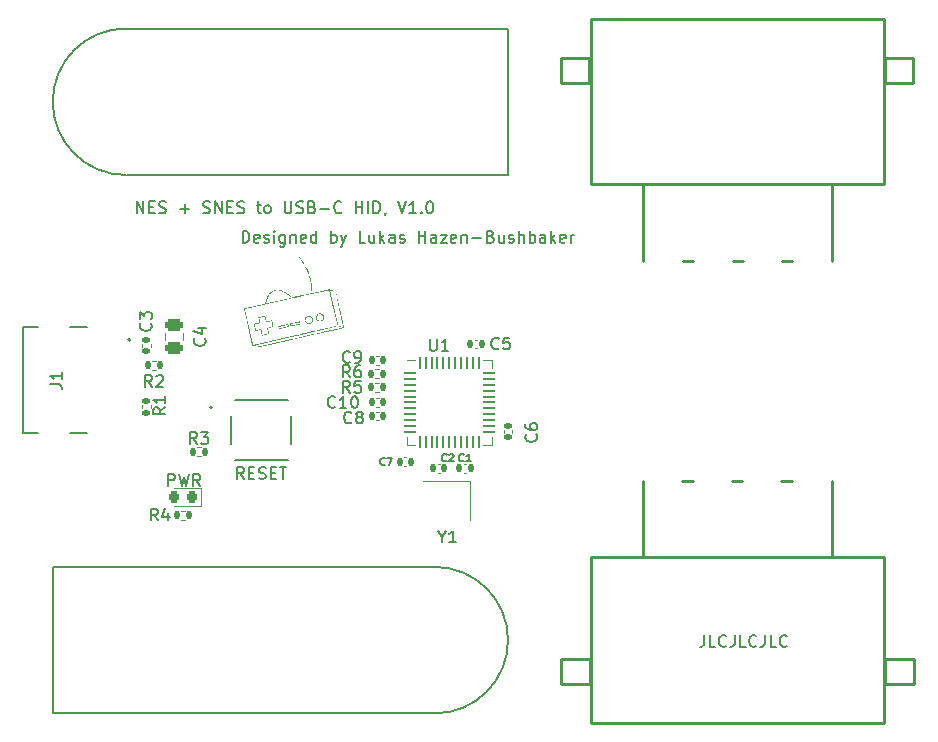
<source format=gbr>
%TF.GenerationSoftware,KiCad,Pcbnew,7.0.6*%
%TF.CreationDate,2023-09-20T14:55:28-04:00*%
%TF.ProjectId,32U4_NES_SNES_adapter,33325534-5f4e-4455-935f-534e45535f61,rev?*%
%TF.SameCoordinates,Original*%
%TF.FileFunction,Legend,Top*%
%TF.FilePolarity,Positive*%
%FSLAX46Y46*%
G04 Gerber Fmt 4.6, Leading zero omitted, Abs format (unit mm)*
G04 Created by KiCad (PCBNEW 7.0.6) date 2023-09-20 14:55:28*
%MOMM*%
%LPD*%
G01*
G04 APERTURE LIST*
G04 Aperture macros list*
%AMRoundRect*
0 Rectangle with rounded corners*
0 $1 Rounding radius*
0 $2 $3 $4 $5 $6 $7 $8 $9 X,Y pos of 4 corners*
0 Add a 4 corners polygon primitive as box body*
4,1,4,$2,$3,$4,$5,$6,$7,$8,$9,$2,$3,0*
0 Add four circle primitives for the rounded corners*
1,1,$1+$1,$2,$3*
1,1,$1+$1,$4,$5*
1,1,$1+$1,$6,$7*
1,1,$1+$1,$8,$9*
0 Add four rect primitives between the rounded corners*
20,1,$1+$1,$2,$3,$4,$5,0*
20,1,$1+$1,$4,$5,$6,$7,0*
20,1,$1+$1,$6,$7,$8,$9,0*
20,1,$1+$1,$8,$9,$2,$3,0*%
G04 Aperture macros list end*
%ADD10C,0.150000*%
%ADD11C,0.120000*%
%ADD12C,0.254000*%
%ADD13C,0.200000*%
%ADD14C,0.127000*%
%ADD15RoundRect,0.140000X0.140000X0.170000X-0.140000X0.170000X-0.140000X-0.170000X0.140000X-0.170000X0*%
%ADD16C,3.500000*%
%ADD17RoundRect,0.135000X-0.135000X-0.185000X0.135000X-0.185000X0.135000X0.185000X-0.135000X0.185000X0*%
%ADD18C,3.200000*%
%ADD19C,2.700000*%
%ADD20C,5.600000*%
%ADD21RoundRect,0.135000X0.135000X0.185000X-0.135000X0.185000X-0.135000X-0.185000X0.135000X-0.185000X0*%
%ADD22RoundRect,0.218750X0.218750X0.256250X-0.218750X0.256250X-0.218750X-0.256250X0.218750X-0.256250X0*%
%ADD23R,1.000000X0.750000*%
%ADD24RoundRect,0.062500X-0.475000X-0.062500X0.475000X-0.062500X0.475000X0.062500X-0.475000X0.062500X0*%
%ADD25RoundRect,0.062500X-0.062500X-0.475000X0.062500X-0.475000X0.062500X0.475000X-0.062500X0.475000X0*%
%ADD26R,5.200000X5.200000*%
%ADD27RoundRect,0.135000X0.185000X-0.135000X0.185000X0.135000X-0.185000X0.135000X-0.185000X-0.135000X0*%
%ADD28RoundRect,0.140000X-0.170000X0.140000X-0.170000X-0.140000X0.170000X-0.140000X0.170000X0.140000X0*%
%ADD29R,1.400000X1.200000*%
%ADD30RoundRect,0.250000X0.475000X-0.250000X0.475000X0.250000X-0.475000X0.250000X-0.475000X-0.250000X0*%
%ADD31RoundRect,0.140000X-0.140000X-0.170000X0.140000X-0.170000X0.140000X0.170000X-0.140000X0.170000X0*%
%ADD32C,0.700000*%
%ADD33R,1.450000X0.600000*%
%ADD34R,1.450000X0.300000*%
%ADD35O,2.100000X1.050000*%
%ADD36RoundRect,0.140000X0.170000X-0.140000X0.170000X0.140000X-0.170000X0.140000X-0.170000X-0.140000X0*%
G04 APERTURE END LIST*
D10*
X146418493Y-120281819D02*
X146418493Y-120996104D01*
X146418493Y-120996104D02*
X146370874Y-121138961D01*
X146370874Y-121138961D02*
X146275636Y-121234200D01*
X146275636Y-121234200D02*
X146132779Y-121281819D01*
X146132779Y-121281819D02*
X146037541Y-121281819D01*
X147370874Y-121281819D02*
X146894684Y-121281819D01*
X146894684Y-121281819D02*
X146894684Y-120281819D01*
X148275636Y-121186580D02*
X148228017Y-121234200D01*
X148228017Y-121234200D02*
X148085160Y-121281819D01*
X148085160Y-121281819D02*
X147989922Y-121281819D01*
X147989922Y-121281819D02*
X147847065Y-121234200D01*
X147847065Y-121234200D02*
X147751827Y-121138961D01*
X147751827Y-121138961D02*
X147704208Y-121043723D01*
X147704208Y-121043723D02*
X147656589Y-120853247D01*
X147656589Y-120853247D02*
X147656589Y-120710390D01*
X147656589Y-120710390D02*
X147704208Y-120519914D01*
X147704208Y-120519914D02*
X147751827Y-120424676D01*
X147751827Y-120424676D02*
X147847065Y-120329438D01*
X147847065Y-120329438D02*
X147989922Y-120281819D01*
X147989922Y-120281819D02*
X148085160Y-120281819D01*
X148085160Y-120281819D02*
X148228017Y-120329438D01*
X148228017Y-120329438D02*
X148275636Y-120377057D01*
X148989922Y-120281819D02*
X148989922Y-120996104D01*
X148989922Y-120996104D02*
X148942303Y-121138961D01*
X148942303Y-121138961D02*
X148847065Y-121234200D01*
X148847065Y-121234200D02*
X148704208Y-121281819D01*
X148704208Y-121281819D02*
X148608970Y-121281819D01*
X149942303Y-121281819D02*
X149466113Y-121281819D01*
X149466113Y-121281819D02*
X149466113Y-120281819D01*
X150847065Y-121186580D02*
X150799446Y-121234200D01*
X150799446Y-121234200D02*
X150656589Y-121281819D01*
X150656589Y-121281819D02*
X150561351Y-121281819D01*
X150561351Y-121281819D02*
X150418494Y-121234200D01*
X150418494Y-121234200D02*
X150323256Y-121138961D01*
X150323256Y-121138961D02*
X150275637Y-121043723D01*
X150275637Y-121043723D02*
X150228018Y-120853247D01*
X150228018Y-120853247D02*
X150228018Y-120710390D01*
X150228018Y-120710390D02*
X150275637Y-120519914D01*
X150275637Y-120519914D02*
X150323256Y-120424676D01*
X150323256Y-120424676D02*
X150418494Y-120329438D01*
X150418494Y-120329438D02*
X150561351Y-120281819D01*
X150561351Y-120281819D02*
X150656589Y-120281819D01*
X150656589Y-120281819D02*
X150799446Y-120329438D01*
X150799446Y-120329438D02*
X150847065Y-120377057D01*
X151561351Y-120281819D02*
X151561351Y-120996104D01*
X151561351Y-120996104D02*
X151513732Y-121138961D01*
X151513732Y-121138961D02*
X151418494Y-121234200D01*
X151418494Y-121234200D02*
X151275637Y-121281819D01*
X151275637Y-121281819D02*
X151180399Y-121281819D01*
X152513732Y-121281819D02*
X152037542Y-121281819D01*
X152037542Y-121281819D02*
X152037542Y-120281819D01*
X153418494Y-121186580D02*
X153370875Y-121234200D01*
X153370875Y-121234200D02*
X153228018Y-121281819D01*
X153228018Y-121281819D02*
X153132780Y-121281819D01*
X153132780Y-121281819D02*
X152989923Y-121234200D01*
X152989923Y-121234200D02*
X152894685Y-121138961D01*
X152894685Y-121138961D02*
X152847066Y-121043723D01*
X152847066Y-121043723D02*
X152799447Y-120853247D01*
X152799447Y-120853247D02*
X152799447Y-120710390D01*
X152799447Y-120710390D02*
X152847066Y-120519914D01*
X152847066Y-120519914D02*
X152894685Y-120424676D01*
X152894685Y-120424676D02*
X152989923Y-120329438D01*
X152989923Y-120329438D02*
X153132780Y-120281819D01*
X153132780Y-120281819D02*
X153228018Y-120281819D01*
X153228018Y-120281819D02*
X153370875Y-120329438D01*
X153370875Y-120329438D02*
X153418494Y-120377057D01*
X101028667Y-107642819D02*
X101028667Y-106642819D01*
X101028667Y-106642819D02*
X101409619Y-106642819D01*
X101409619Y-106642819D02*
X101504857Y-106690438D01*
X101504857Y-106690438D02*
X101552476Y-106738057D01*
X101552476Y-106738057D02*
X101600095Y-106833295D01*
X101600095Y-106833295D02*
X101600095Y-106976152D01*
X101600095Y-106976152D02*
X101552476Y-107071390D01*
X101552476Y-107071390D02*
X101504857Y-107119009D01*
X101504857Y-107119009D02*
X101409619Y-107166628D01*
X101409619Y-107166628D02*
X101028667Y-107166628D01*
X101933429Y-106642819D02*
X102171524Y-107642819D01*
X102171524Y-107642819D02*
X102362000Y-106928533D01*
X102362000Y-106928533D02*
X102552476Y-107642819D01*
X102552476Y-107642819D02*
X102790572Y-106642819D01*
X103742952Y-107642819D02*
X103409619Y-107166628D01*
X103171524Y-107642819D02*
X103171524Y-106642819D01*
X103171524Y-106642819D02*
X103552476Y-106642819D01*
X103552476Y-106642819D02*
X103647714Y-106690438D01*
X103647714Y-106690438D02*
X103695333Y-106738057D01*
X103695333Y-106738057D02*
X103742952Y-106833295D01*
X103742952Y-106833295D02*
X103742952Y-106976152D01*
X103742952Y-106976152D02*
X103695333Y-107071390D01*
X103695333Y-107071390D02*
X103647714Y-107119009D01*
X103647714Y-107119009D02*
X103552476Y-107166628D01*
X103552476Y-107166628D02*
X103171524Y-107166628D01*
X107449037Y-107054918D02*
X107118370Y-106582537D01*
X106882180Y-107054918D02*
X106882180Y-106062918D01*
X106882180Y-106062918D02*
X107260085Y-106062918D01*
X107260085Y-106062918D02*
X107354561Y-106110156D01*
X107354561Y-106110156D02*
X107401799Y-106157394D01*
X107401799Y-106157394D02*
X107449037Y-106251870D01*
X107449037Y-106251870D02*
X107449037Y-106393584D01*
X107449037Y-106393584D02*
X107401799Y-106488060D01*
X107401799Y-106488060D02*
X107354561Y-106535299D01*
X107354561Y-106535299D02*
X107260085Y-106582537D01*
X107260085Y-106582537D02*
X106882180Y-106582537D01*
X107874180Y-106535299D02*
X108204847Y-106535299D01*
X108346561Y-107054918D02*
X107874180Y-107054918D01*
X107874180Y-107054918D02*
X107874180Y-106062918D01*
X107874180Y-106062918D02*
X108346561Y-106062918D01*
X108724466Y-107007680D02*
X108866180Y-107054918D01*
X108866180Y-107054918D02*
X109102371Y-107054918D01*
X109102371Y-107054918D02*
X109196847Y-107007680D01*
X109196847Y-107007680D02*
X109244085Y-106960441D01*
X109244085Y-106960441D02*
X109291323Y-106865965D01*
X109291323Y-106865965D02*
X109291323Y-106771489D01*
X109291323Y-106771489D02*
X109244085Y-106677013D01*
X109244085Y-106677013D02*
X109196847Y-106629775D01*
X109196847Y-106629775D02*
X109102371Y-106582537D01*
X109102371Y-106582537D02*
X108913418Y-106535299D01*
X108913418Y-106535299D02*
X108818942Y-106488060D01*
X108818942Y-106488060D02*
X108771704Y-106440822D01*
X108771704Y-106440822D02*
X108724466Y-106346346D01*
X108724466Y-106346346D02*
X108724466Y-106251870D01*
X108724466Y-106251870D02*
X108771704Y-106157394D01*
X108771704Y-106157394D02*
X108818942Y-106110156D01*
X108818942Y-106110156D02*
X108913418Y-106062918D01*
X108913418Y-106062918D02*
X109149609Y-106062918D01*
X109149609Y-106062918D02*
X109291323Y-106110156D01*
X109716466Y-106535299D02*
X110047133Y-106535299D01*
X110188847Y-107054918D02*
X109716466Y-107054918D01*
X109716466Y-107054918D02*
X109716466Y-106062918D01*
X109716466Y-106062918D02*
X110188847Y-106062918D01*
X110472276Y-106062918D02*
X111039133Y-106062918D01*
X110755704Y-107054918D02*
X110755704Y-106062918D01*
X107347617Y-87054819D02*
X107347617Y-86054819D01*
X107347617Y-86054819D02*
X107585712Y-86054819D01*
X107585712Y-86054819D02*
X107728569Y-86102438D01*
X107728569Y-86102438D02*
X107823807Y-86197676D01*
X107823807Y-86197676D02*
X107871426Y-86292914D01*
X107871426Y-86292914D02*
X107919045Y-86483390D01*
X107919045Y-86483390D02*
X107919045Y-86626247D01*
X107919045Y-86626247D02*
X107871426Y-86816723D01*
X107871426Y-86816723D02*
X107823807Y-86911961D01*
X107823807Y-86911961D02*
X107728569Y-87007200D01*
X107728569Y-87007200D02*
X107585712Y-87054819D01*
X107585712Y-87054819D02*
X107347617Y-87054819D01*
X108728569Y-87007200D02*
X108633331Y-87054819D01*
X108633331Y-87054819D02*
X108442855Y-87054819D01*
X108442855Y-87054819D02*
X108347617Y-87007200D01*
X108347617Y-87007200D02*
X108299998Y-86911961D01*
X108299998Y-86911961D02*
X108299998Y-86531009D01*
X108299998Y-86531009D02*
X108347617Y-86435771D01*
X108347617Y-86435771D02*
X108442855Y-86388152D01*
X108442855Y-86388152D02*
X108633331Y-86388152D01*
X108633331Y-86388152D02*
X108728569Y-86435771D01*
X108728569Y-86435771D02*
X108776188Y-86531009D01*
X108776188Y-86531009D02*
X108776188Y-86626247D01*
X108776188Y-86626247D02*
X108299998Y-86721485D01*
X109157141Y-87007200D02*
X109252379Y-87054819D01*
X109252379Y-87054819D02*
X109442855Y-87054819D01*
X109442855Y-87054819D02*
X109538093Y-87007200D01*
X109538093Y-87007200D02*
X109585712Y-86911961D01*
X109585712Y-86911961D02*
X109585712Y-86864342D01*
X109585712Y-86864342D02*
X109538093Y-86769104D01*
X109538093Y-86769104D02*
X109442855Y-86721485D01*
X109442855Y-86721485D02*
X109299998Y-86721485D01*
X109299998Y-86721485D02*
X109204760Y-86673866D01*
X109204760Y-86673866D02*
X109157141Y-86578628D01*
X109157141Y-86578628D02*
X109157141Y-86531009D01*
X109157141Y-86531009D02*
X109204760Y-86435771D01*
X109204760Y-86435771D02*
X109299998Y-86388152D01*
X109299998Y-86388152D02*
X109442855Y-86388152D01*
X109442855Y-86388152D02*
X109538093Y-86435771D01*
X110014284Y-87054819D02*
X110014284Y-86388152D01*
X110014284Y-86054819D02*
X109966665Y-86102438D01*
X109966665Y-86102438D02*
X110014284Y-86150057D01*
X110014284Y-86150057D02*
X110061903Y-86102438D01*
X110061903Y-86102438D02*
X110014284Y-86054819D01*
X110014284Y-86054819D02*
X110014284Y-86150057D01*
X110919045Y-86388152D02*
X110919045Y-87197676D01*
X110919045Y-87197676D02*
X110871426Y-87292914D01*
X110871426Y-87292914D02*
X110823807Y-87340533D01*
X110823807Y-87340533D02*
X110728569Y-87388152D01*
X110728569Y-87388152D02*
X110585712Y-87388152D01*
X110585712Y-87388152D02*
X110490474Y-87340533D01*
X110919045Y-87007200D02*
X110823807Y-87054819D01*
X110823807Y-87054819D02*
X110633331Y-87054819D01*
X110633331Y-87054819D02*
X110538093Y-87007200D01*
X110538093Y-87007200D02*
X110490474Y-86959580D01*
X110490474Y-86959580D02*
X110442855Y-86864342D01*
X110442855Y-86864342D02*
X110442855Y-86578628D01*
X110442855Y-86578628D02*
X110490474Y-86483390D01*
X110490474Y-86483390D02*
X110538093Y-86435771D01*
X110538093Y-86435771D02*
X110633331Y-86388152D01*
X110633331Y-86388152D02*
X110823807Y-86388152D01*
X110823807Y-86388152D02*
X110919045Y-86435771D01*
X111395236Y-86388152D02*
X111395236Y-87054819D01*
X111395236Y-86483390D02*
X111442855Y-86435771D01*
X111442855Y-86435771D02*
X111538093Y-86388152D01*
X111538093Y-86388152D02*
X111680950Y-86388152D01*
X111680950Y-86388152D02*
X111776188Y-86435771D01*
X111776188Y-86435771D02*
X111823807Y-86531009D01*
X111823807Y-86531009D02*
X111823807Y-87054819D01*
X112680950Y-87007200D02*
X112585712Y-87054819D01*
X112585712Y-87054819D02*
X112395236Y-87054819D01*
X112395236Y-87054819D02*
X112299998Y-87007200D01*
X112299998Y-87007200D02*
X112252379Y-86911961D01*
X112252379Y-86911961D02*
X112252379Y-86531009D01*
X112252379Y-86531009D02*
X112299998Y-86435771D01*
X112299998Y-86435771D02*
X112395236Y-86388152D01*
X112395236Y-86388152D02*
X112585712Y-86388152D01*
X112585712Y-86388152D02*
X112680950Y-86435771D01*
X112680950Y-86435771D02*
X112728569Y-86531009D01*
X112728569Y-86531009D02*
X112728569Y-86626247D01*
X112728569Y-86626247D02*
X112252379Y-86721485D01*
X113585712Y-87054819D02*
X113585712Y-86054819D01*
X113585712Y-87007200D02*
X113490474Y-87054819D01*
X113490474Y-87054819D02*
X113299998Y-87054819D01*
X113299998Y-87054819D02*
X113204760Y-87007200D01*
X113204760Y-87007200D02*
X113157141Y-86959580D01*
X113157141Y-86959580D02*
X113109522Y-86864342D01*
X113109522Y-86864342D02*
X113109522Y-86578628D01*
X113109522Y-86578628D02*
X113157141Y-86483390D01*
X113157141Y-86483390D02*
X113204760Y-86435771D01*
X113204760Y-86435771D02*
X113299998Y-86388152D01*
X113299998Y-86388152D02*
X113490474Y-86388152D01*
X113490474Y-86388152D02*
X113585712Y-86435771D01*
X114823808Y-87054819D02*
X114823808Y-86054819D01*
X114823808Y-86435771D02*
X114919046Y-86388152D01*
X114919046Y-86388152D02*
X115109522Y-86388152D01*
X115109522Y-86388152D02*
X115204760Y-86435771D01*
X115204760Y-86435771D02*
X115252379Y-86483390D01*
X115252379Y-86483390D02*
X115299998Y-86578628D01*
X115299998Y-86578628D02*
X115299998Y-86864342D01*
X115299998Y-86864342D02*
X115252379Y-86959580D01*
X115252379Y-86959580D02*
X115204760Y-87007200D01*
X115204760Y-87007200D02*
X115109522Y-87054819D01*
X115109522Y-87054819D02*
X114919046Y-87054819D01*
X114919046Y-87054819D02*
X114823808Y-87007200D01*
X115633332Y-86388152D02*
X115871427Y-87054819D01*
X116109522Y-86388152D02*
X115871427Y-87054819D01*
X115871427Y-87054819D02*
X115776189Y-87292914D01*
X115776189Y-87292914D02*
X115728570Y-87340533D01*
X115728570Y-87340533D02*
X115633332Y-87388152D01*
X117728570Y-87054819D02*
X117252380Y-87054819D01*
X117252380Y-87054819D02*
X117252380Y-86054819D01*
X118490475Y-86388152D02*
X118490475Y-87054819D01*
X118061904Y-86388152D02*
X118061904Y-86911961D01*
X118061904Y-86911961D02*
X118109523Y-87007200D01*
X118109523Y-87007200D02*
X118204761Y-87054819D01*
X118204761Y-87054819D02*
X118347618Y-87054819D01*
X118347618Y-87054819D02*
X118442856Y-87007200D01*
X118442856Y-87007200D02*
X118490475Y-86959580D01*
X118966666Y-87054819D02*
X118966666Y-86054819D01*
X119061904Y-86673866D02*
X119347618Y-87054819D01*
X119347618Y-86388152D02*
X118966666Y-86769104D01*
X120204761Y-87054819D02*
X120204761Y-86531009D01*
X120204761Y-86531009D02*
X120157142Y-86435771D01*
X120157142Y-86435771D02*
X120061904Y-86388152D01*
X120061904Y-86388152D02*
X119871428Y-86388152D01*
X119871428Y-86388152D02*
X119776190Y-86435771D01*
X120204761Y-87007200D02*
X120109523Y-87054819D01*
X120109523Y-87054819D02*
X119871428Y-87054819D01*
X119871428Y-87054819D02*
X119776190Y-87007200D01*
X119776190Y-87007200D02*
X119728571Y-86911961D01*
X119728571Y-86911961D02*
X119728571Y-86816723D01*
X119728571Y-86816723D02*
X119776190Y-86721485D01*
X119776190Y-86721485D02*
X119871428Y-86673866D01*
X119871428Y-86673866D02*
X120109523Y-86673866D01*
X120109523Y-86673866D02*
X120204761Y-86626247D01*
X120633333Y-87007200D02*
X120728571Y-87054819D01*
X120728571Y-87054819D02*
X120919047Y-87054819D01*
X120919047Y-87054819D02*
X121014285Y-87007200D01*
X121014285Y-87007200D02*
X121061904Y-86911961D01*
X121061904Y-86911961D02*
X121061904Y-86864342D01*
X121061904Y-86864342D02*
X121014285Y-86769104D01*
X121014285Y-86769104D02*
X120919047Y-86721485D01*
X120919047Y-86721485D02*
X120776190Y-86721485D01*
X120776190Y-86721485D02*
X120680952Y-86673866D01*
X120680952Y-86673866D02*
X120633333Y-86578628D01*
X120633333Y-86578628D02*
X120633333Y-86531009D01*
X120633333Y-86531009D02*
X120680952Y-86435771D01*
X120680952Y-86435771D02*
X120776190Y-86388152D01*
X120776190Y-86388152D02*
X120919047Y-86388152D01*
X120919047Y-86388152D02*
X121014285Y-86435771D01*
X122252381Y-87054819D02*
X122252381Y-86054819D01*
X122252381Y-86531009D02*
X122823809Y-86531009D01*
X122823809Y-87054819D02*
X122823809Y-86054819D01*
X123728571Y-87054819D02*
X123728571Y-86531009D01*
X123728571Y-86531009D02*
X123680952Y-86435771D01*
X123680952Y-86435771D02*
X123585714Y-86388152D01*
X123585714Y-86388152D02*
X123395238Y-86388152D01*
X123395238Y-86388152D02*
X123300000Y-86435771D01*
X123728571Y-87007200D02*
X123633333Y-87054819D01*
X123633333Y-87054819D02*
X123395238Y-87054819D01*
X123395238Y-87054819D02*
X123300000Y-87007200D01*
X123300000Y-87007200D02*
X123252381Y-86911961D01*
X123252381Y-86911961D02*
X123252381Y-86816723D01*
X123252381Y-86816723D02*
X123300000Y-86721485D01*
X123300000Y-86721485D02*
X123395238Y-86673866D01*
X123395238Y-86673866D02*
X123633333Y-86673866D01*
X123633333Y-86673866D02*
X123728571Y-86626247D01*
X124109524Y-86388152D02*
X124633333Y-86388152D01*
X124633333Y-86388152D02*
X124109524Y-87054819D01*
X124109524Y-87054819D02*
X124633333Y-87054819D01*
X125395238Y-87007200D02*
X125300000Y-87054819D01*
X125300000Y-87054819D02*
X125109524Y-87054819D01*
X125109524Y-87054819D02*
X125014286Y-87007200D01*
X125014286Y-87007200D02*
X124966667Y-86911961D01*
X124966667Y-86911961D02*
X124966667Y-86531009D01*
X124966667Y-86531009D02*
X125014286Y-86435771D01*
X125014286Y-86435771D02*
X125109524Y-86388152D01*
X125109524Y-86388152D02*
X125300000Y-86388152D01*
X125300000Y-86388152D02*
X125395238Y-86435771D01*
X125395238Y-86435771D02*
X125442857Y-86531009D01*
X125442857Y-86531009D02*
X125442857Y-86626247D01*
X125442857Y-86626247D02*
X124966667Y-86721485D01*
X125871429Y-86388152D02*
X125871429Y-87054819D01*
X125871429Y-86483390D02*
X125919048Y-86435771D01*
X125919048Y-86435771D02*
X126014286Y-86388152D01*
X126014286Y-86388152D02*
X126157143Y-86388152D01*
X126157143Y-86388152D02*
X126252381Y-86435771D01*
X126252381Y-86435771D02*
X126300000Y-86531009D01*
X126300000Y-86531009D02*
X126300000Y-87054819D01*
X126776191Y-86673866D02*
X127538096Y-86673866D01*
X128347619Y-86531009D02*
X128490476Y-86578628D01*
X128490476Y-86578628D02*
X128538095Y-86626247D01*
X128538095Y-86626247D02*
X128585714Y-86721485D01*
X128585714Y-86721485D02*
X128585714Y-86864342D01*
X128585714Y-86864342D02*
X128538095Y-86959580D01*
X128538095Y-86959580D02*
X128490476Y-87007200D01*
X128490476Y-87007200D02*
X128395238Y-87054819D01*
X128395238Y-87054819D02*
X128014286Y-87054819D01*
X128014286Y-87054819D02*
X128014286Y-86054819D01*
X128014286Y-86054819D02*
X128347619Y-86054819D01*
X128347619Y-86054819D02*
X128442857Y-86102438D01*
X128442857Y-86102438D02*
X128490476Y-86150057D01*
X128490476Y-86150057D02*
X128538095Y-86245295D01*
X128538095Y-86245295D02*
X128538095Y-86340533D01*
X128538095Y-86340533D02*
X128490476Y-86435771D01*
X128490476Y-86435771D02*
X128442857Y-86483390D01*
X128442857Y-86483390D02*
X128347619Y-86531009D01*
X128347619Y-86531009D02*
X128014286Y-86531009D01*
X129442857Y-86388152D02*
X129442857Y-87054819D01*
X129014286Y-86388152D02*
X129014286Y-86911961D01*
X129014286Y-86911961D02*
X129061905Y-87007200D01*
X129061905Y-87007200D02*
X129157143Y-87054819D01*
X129157143Y-87054819D02*
X129300000Y-87054819D01*
X129300000Y-87054819D02*
X129395238Y-87007200D01*
X129395238Y-87007200D02*
X129442857Y-86959580D01*
X129871429Y-87007200D02*
X129966667Y-87054819D01*
X129966667Y-87054819D02*
X130157143Y-87054819D01*
X130157143Y-87054819D02*
X130252381Y-87007200D01*
X130252381Y-87007200D02*
X130300000Y-86911961D01*
X130300000Y-86911961D02*
X130300000Y-86864342D01*
X130300000Y-86864342D02*
X130252381Y-86769104D01*
X130252381Y-86769104D02*
X130157143Y-86721485D01*
X130157143Y-86721485D02*
X130014286Y-86721485D01*
X130014286Y-86721485D02*
X129919048Y-86673866D01*
X129919048Y-86673866D02*
X129871429Y-86578628D01*
X129871429Y-86578628D02*
X129871429Y-86531009D01*
X129871429Y-86531009D02*
X129919048Y-86435771D01*
X129919048Y-86435771D02*
X130014286Y-86388152D01*
X130014286Y-86388152D02*
X130157143Y-86388152D01*
X130157143Y-86388152D02*
X130252381Y-86435771D01*
X130728572Y-87054819D02*
X130728572Y-86054819D01*
X131157143Y-87054819D02*
X131157143Y-86531009D01*
X131157143Y-86531009D02*
X131109524Y-86435771D01*
X131109524Y-86435771D02*
X131014286Y-86388152D01*
X131014286Y-86388152D02*
X130871429Y-86388152D01*
X130871429Y-86388152D02*
X130776191Y-86435771D01*
X130776191Y-86435771D02*
X130728572Y-86483390D01*
X131633334Y-87054819D02*
X131633334Y-86054819D01*
X131633334Y-86435771D02*
X131728572Y-86388152D01*
X131728572Y-86388152D02*
X131919048Y-86388152D01*
X131919048Y-86388152D02*
X132014286Y-86435771D01*
X132014286Y-86435771D02*
X132061905Y-86483390D01*
X132061905Y-86483390D02*
X132109524Y-86578628D01*
X132109524Y-86578628D02*
X132109524Y-86864342D01*
X132109524Y-86864342D02*
X132061905Y-86959580D01*
X132061905Y-86959580D02*
X132014286Y-87007200D01*
X132014286Y-87007200D02*
X131919048Y-87054819D01*
X131919048Y-87054819D02*
X131728572Y-87054819D01*
X131728572Y-87054819D02*
X131633334Y-87007200D01*
X132966667Y-87054819D02*
X132966667Y-86531009D01*
X132966667Y-86531009D02*
X132919048Y-86435771D01*
X132919048Y-86435771D02*
X132823810Y-86388152D01*
X132823810Y-86388152D02*
X132633334Y-86388152D01*
X132633334Y-86388152D02*
X132538096Y-86435771D01*
X132966667Y-87007200D02*
X132871429Y-87054819D01*
X132871429Y-87054819D02*
X132633334Y-87054819D01*
X132633334Y-87054819D02*
X132538096Y-87007200D01*
X132538096Y-87007200D02*
X132490477Y-86911961D01*
X132490477Y-86911961D02*
X132490477Y-86816723D01*
X132490477Y-86816723D02*
X132538096Y-86721485D01*
X132538096Y-86721485D02*
X132633334Y-86673866D01*
X132633334Y-86673866D02*
X132871429Y-86673866D01*
X132871429Y-86673866D02*
X132966667Y-86626247D01*
X133442858Y-87054819D02*
X133442858Y-86054819D01*
X133538096Y-86673866D02*
X133823810Y-87054819D01*
X133823810Y-86388152D02*
X133442858Y-86769104D01*
X134633334Y-87007200D02*
X134538096Y-87054819D01*
X134538096Y-87054819D02*
X134347620Y-87054819D01*
X134347620Y-87054819D02*
X134252382Y-87007200D01*
X134252382Y-87007200D02*
X134204763Y-86911961D01*
X134204763Y-86911961D02*
X134204763Y-86531009D01*
X134204763Y-86531009D02*
X134252382Y-86435771D01*
X134252382Y-86435771D02*
X134347620Y-86388152D01*
X134347620Y-86388152D02*
X134538096Y-86388152D01*
X134538096Y-86388152D02*
X134633334Y-86435771D01*
X134633334Y-86435771D02*
X134680953Y-86531009D01*
X134680953Y-86531009D02*
X134680953Y-86626247D01*
X134680953Y-86626247D02*
X134204763Y-86721485D01*
X135109525Y-87054819D02*
X135109525Y-86388152D01*
X135109525Y-86578628D02*
X135157144Y-86483390D01*
X135157144Y-86483390D02*
X135204763Y-86435771D01*
X135204763Y-86435771D02*
X135300001Y-86388152D01*
X135300001Y-86388152D02*
X135395239Y-86388152D01*
X98376190Y-84554819D02*
X98376190Y-83554819D01*
X98376190Y-83554819D02*
X98947618Y-84554819D01*
X98947618Y-84554819D02*
X98947618Y-83554819D01*
X99423809Y-84031009D02*
X99757142Y-84031009D01*
X99899999Y-84554819D02*
X99423809Y-84554819D01*
X99423809Y-84554819D02*
X99423809Y-83554819D01*
X99423809Y-83554819D02*
X99899999Y-83554819D01*
X100280952Y-84507200D02*
X100423809Y-84554819D01*
X100423809Y-84554819D02*
X100661904Y-84554819D01*
X100661904Y-84554819D02*
X100757142Y-84507200D01*
X100757142Y-84507200D02*
X100804761Y-84459580D01*
X100804761Y-84459580D02*
X100852380Y-84364342D01*
X100852380Y-84364342D02*
X100852380Y-84269104D01*
X100852380Y-84269104D02*
X100804761Y-84173866D01*
X100804761Y-84173866D02*
X100757142Y-84126247D01*
X100757142Y-84126247D02*
X100661904Y-84078628D01*
X100661904Y-84078628D02*
X100471428Y-84031009D01*
X100471428Y-84031009D02*
X100376190Y-83983390D01*
X100376190Y-83983390D02*
X100328571Y-83935771D01*
X100328571Y-83935771D02*
X100280952Y-83840533D01*
X100280952Y-83840533D02*
X100280952Y-83745295D01*
X100280952Y-83745295D02*
X100328571Y-83650057D01*
X100328571Y-83650057D02*
X100376190Y-83602438D01*
X100376190Y-83602438D02*
X100471428Y-83554819D01*
X100471428Y-83554819D02*
X100709523Y-83554819D01*
X100709523Y-83554819D02*
X100852380Y-83602438D01*
X102042857Y-84173866D02*
X102804762Y-84173866D01*
X102423809Y-84554819D02*
X102423809Y-83792914D01*
X103995238Y-84507200D02*
X104138095Y-84554819D01*
X104138095Y-84554819D02*
X104376190Y-84554819D01*
X104376190Y-84554819D02*
X104471428Y-84507200D01*
X104471428Y-84507200D02*
X104519047Y-84459580D01*
X104519047Y-84459580D02*
X104566666Y-84364342D01*
X104566666Y-84364342D02*
X104566666Y-84269104D01*
X104566666Y-84269104D02*
X104519047Y-84173866D01*
X104519047Y-84173866D02*
X104471428Y-84126247D01*
X104471428Y-84126247D02*
X104376190Y-84078628D01*
X104376190Y-84078628D02*
X104185714Y-84031009D01*
X104185714Y-84031009D02*
X104090476Y-83983390D01*
X104090476Y-83983390D02*
X104042857Y-83935771D01*
X104042857Y-83935771D02*
X103995238Y-83840533D01*
X103995238Y-83840533D02*
X103995238Y-83745295D01*
X103995238Y-83745295D02*
X104042857Y-83650057D01*
X104042857Y-83650057D02*
X104090476Y-83602438D01*
X104090476Y-83602438D02*
X104185714Y-83554819D01*
X104185714Y-83554819D02*
X104423809Y-83554819D01*
X104423809Y-83554819D02*
X104566666Y-83602438D01*
X104995238Y-84554819D02*
X104995238Y-83554819D01*
X104995238Y-83554819D02*
X105566666Y-84554819D01*
X105566666Y-84554819D02*
X105566666Y-83554819D01*
X106042857Y-84031009D02*
X106376190Y-84031009D01*
X106519047Y-84554819D02*
X106042857Y-84554819D01*
X106042857Y-84554819D02*
X106042857Y-83554819D01*
X106042857Y-83554819D02*
X106519047Y-83554819D01*
X106900000Y-84507200D02*
X107042857Y-84554819D01*
X107042857Y-84554819D02*
X107280952Y-84554819D01*
X107280952Y-84554819D02*
X107376190Y-84507200D01*
X107376190Y-84507200D02*
X107423809Y-84459580D01*
X107423809Y-84459580D02*
X107471428Y-84364342D01*
X107471428Y-84364342D02*
X107471428Y-84269104D01*
X107471428Y-84269104D02*
X107423809Y-84173866D01*
X107423809Y-84173866D02*
X107376190Y-84126247D01*
X107376190Y-84126247D02*
X107280952Y-84078628D01*
X107280952Y-84078628D02*
X107090476Y-84031009D01*
X107090476Y-84031009D02*
X106995238Y-83983390D01*
X106995238Y-83983390D02*
X106947619Y-83935771D01*
X106947619Y-83935771D02*
X106900000Y-83840533D01*
X106900000Y-83840533D02*
X106900000Y-83745295D01*
X106900000Y-83745295D02*
X106947619Y-83650057D01*
X106947619Y-83650057D02*
X106995238Y-83602438D01*
X106995238Y-83602438D02*
X107090476Y-83554819D01*
X107090476Y-83554819D02*
X107328571Y-83554819D01*
X107328571Y-83554819D02*
X107471428Y-83602438D01*
X108519048Y-83888152D02*
X108900000Y-83888152D01*
X108661905Y-83554819D02*
X108661905Y-84411961D01*
X108661905Y-84411961D02*
X108709524Y-84507200D01*
X108709524Y-84507200D02*
X108804762Y-84554819D01*
X108804762Y-84554819D02*
X108900000Y-84554819D01*
X109376191Y-84554819D02*
X109280953Y-84507200D01*
X109280953Y-84507200D02*
X109233334Y-84459580D01*
X109233334Y-84459580D02*
X109185715Y-84364342D01*
X109185715Y-84364342D02*
X109185715Y-84078628D01*
X109185715Y-84078628D02*
X109233334Y-83983390D01*
X109233334Y-83983390D02*
X109280953Y-83935771D01*
X109280953Y-83935771D02*
X109376191Y-83888152D01*
X109376191Y-83888152D02*
X109519048Y-83888152D01*
X109519048Y-83888152D02*
X109614286Y-83935771D01*
X109614286Y-83935771D02*
X109661905Y-83983390D01*
X109661905Y-83983390D02*
X109709524Y-84078628D01*
X109709524Y-84078628D02*
X109709524Y-84364342D01*
X109709524Y-84364342D02*
X109661905Y-84459580D01*
X109661905Y-84459580D02*
X109614286Y-84507200D01*
X109614286Y-84507200D02*
X109519048Y-84554819D01*
X109519048Y-84554819D02*
X109376191Y-84554819D01*
X110900001Y-83554819D02*
X110900001Y-84364342D01*
X110900001Y-84364342D02*
X110947620Y-84459580D01*
X110947620Y-84459580D02*
X110995239Y-84507200D01*
X110995239Y-84507200D02*
X111090477Y-84554819D01*
X111090477Y-84554819D02*
X111280953Y-84554819D01*
X111280953Y-84554819D02*
X111376191Y-84507200D01*
X111376191Y-84507200D02*
X111423810Y-84459580D01*
X111423810Y-84459580D02*
X111471429Y-84364342D01*
X111471429Y-84364342D02*
X111471429Y-83554819D01*
X111900001Y-84507200D02*
X112042858Y-84554819D01*
X112042858Y-84554819D02*
X112280953Y-84554819D01*
X112280953Y-84554819D02*
X112376191Y-84507200D01*
X112376191Y-84507200D02*
X112423810Y-84459580D01*
X112423810Y-84459580D02*
X112471429Y-84364342D01*
X112471429Y-84364342D02*
X112471429Y-84269104D01*
X112471429Y-84269104D02*
X112423810Y-84173866D01*
X112423810Y-84173866D02*
X112376191Y-84126247D01*
X112376191Y-84126247D02*
X112280953Y-84078628D01*
X112280953Y-84078628D02*
X112090477Y-84031009D01*
X112090477Y-84031009D02*
X111995239Y-83983390D01*
X111995239Y-83983390D02*
X111947620Y-83935771D01*
X111947620Y-83935771D02*
X111900001Y-83840533D01*
X111900001Y-83840533D02*
X111900001Y-83745295D01*
X111900001Y-83745295D02*
X111947620Y-83650057D01*
X111947620Y-83650057D02*
X111995239Y-83602438D01*
X111995239Y-83602438D02*
X112090477Y-83554819D01*
X112090477Y-83554819D02*
X112328572Y-83554819D01*
X112328572Y-83554819D02*
X112471429Y-83602438D01*
X113233334Y-84031009D02*
X113376191Y-84078628D01*
X113376191Y-84078628D02*
X113423810Y-84126247D01*
X113423810Y-84126247D02*
X113471429Y-84221485D01*
X113471429Y-84221485D02*
X113471429Y-84364342D01*
X113471429Y-84364342D02*
X113423810Y-84459580D01*
X113423810Y-84459580D02*
X113376191Y-84507200D01*
X113376191Y-84507200D02*
X113280953Y-84554819D01*
X113280953Y-84554819D02*
X112900001Y-84554819D01*
X112900001Y-84554819D02*
X112900001Y-83554819D01*
X112900001Y-83554819D02*
X113233334Y-83554819D01*
X113233334Y-83554819D02*
X113328572Y-83602438D01*
X113328572Y-83602438D02*
X113376191Y-83650057D01*
X113376191Y-83650057D02*
X113423810Y-83745295D01*
X113423810Y-83745295D02*
X113423810Y-83840533D01*
X113423810Y-83840533D02*
X113376191Y-83935771D01*
X113376191Y-83935771D02*
X113328572Y-83983390D01*
X113328572Y-83983390D02*
X113233334Y-84031009D01*
X113233334Y-84031009D02*
X112900001Y-84031009D01*
X113900001Y-84173866D02*
X114661906Y-84173866D01*
X115709524Y-84459580D02*
X115661905Y-84507200D01*
X115661905Y-84507200D02*
X115519048Y-84554819D01*
X115519048Y-84554819D02*
X115423810Y-84554819D01*
X115423810Y-84554819D02*
X115280953Y-84507200D01*
X115280953Y-84507200D02*
X115185715Y-84411961D01*
X115185715Y-84411961D02*
X115138096Y-84316723D01*
X115138096Y-84316723D02*
X115090477Y-84126247D01*
X115090477Y-84126247D02*
X115090477Y-83983390D01*
X115090477Y-83983390D02*
X115138096Y-83792914D01*
X115138096Y-83792914D02*
X115185715Y-83697676D01*
X115185715Y-83697676D02*
X115280953Y-83602438D01*
X115280953Y-83602438D02*
X115423810Y-83554819D01*
X115423810Y-83554819D02*
X115519048Y-83554819D01*
X115519048Y-83554819D02*
X115661905Y-83602438D01*
X115661905Y-83602438D02*
X115709524Y-83650057D01*
X116900001Y-84554819D02*
X116900001Y-83554819D01*
X116900001Y-84031009D02*
X117471429Y-84031009D01*
X117471429Y-84554819D02*
X117471429Y-83554819D01*
X117947620Y-84554819D02*
X117947620Y-83554819D01*
X118423810Y-84554819D02*
X118423810Y-83554819D01*
X118423810Y-83554819D02*
X118661905Y-83554819D01*
X118661905Y-83554819D02*
X118804762Y-83602438D01*
X118804762Y-83602438D02*
X118900000Y-83697676D01*
X118900000Y-83697676D02*
X118947619Y-83792914D01*
X118947619Y-83792914D02*
X118995238Y-83983390D01*
X118995238Y-83983390D02*
X118995238Y-84126247D01*
X118995238Y-84126247D02*
X118947619Y-84316723D01*
X118947619Y-84316723D02*
X118900000Y-84411961D01*
X118900000Y-84411961D02*
X118804762Y-84507200D01*
X118804762Y-84507200D02*
X118661905Y-84554819D01*
X118661905Y-84554819D02*
X118423810Y-84554819D01*
X119471429Y-84507200D02*
X119471429Y-84554819D01*
X119471429Y-84554819D02*
X119423810Y-84650057D01*
X119423810Y-84650057D02*
X119376191Y-84697676D01*
X120519048Y-83554819D02*
X120852381Y-84554819D01*
X120852381Y-84554819D02*
X121185714Y-83554819D01*
X122042857Y-84554819D02*
X121471429Y-84554819D01*
X121757143Y-84554819D02*
X121757143Y-83554819D01*
X121757143Y-83554819D02*
X121661905Y-83697676D01*
X121661905Y-83697676D02*
X121566667Y-83792914D01*
X121566667Y-83792914D02*
X121471429Y-83840533D01*
X122471429Y-84459580D02*
X122519048Y-84507200D01*
X122519048Y-84507200D02*
X122471429Y-84554819D01*
X122471429Y-84554819D02*
X122423810Y-84507200D01*
X122423810Y-84507200D02*
X122471429Y-84459580D01*
X122471429Y-84459580D02*
X122471429Y-84554819D01*
X123138095Y-83554819D02*
X123233333Y-83554819D01*
X123233333Y-83554819D02*
X123328571Y-83602438D01*
X123328571Y-83602438D02*
X123376190Y-83650057D01*
X123376190Y-83650057D02*
X123423809Y-83745295D01*
X123423809Y-83745295D02*
X123471428Y-83935771D01*
X123471428Y-83935771D02*
X123471428Y-84173866D01*
X123471428Y-84173866D02*
X123423809Y-84364342D01*
X123423809Y-84364342D02*
X123376190Y-84459580D01*
X123376190Y-84459580D02*
X123328571Y-84507200D01*
X123328571Y-84507200D02*
X123233333Y-84554819D01*
X123233333Y-84554819D02*
X123138095Y-84554819D01*
X123138095Y-84554819D02*
X123042857Y-84507200D01*
X123042857Y-84507200D02*
X122995238Y-84459580D01*
X122995238Y-84459580D02*
X122947619Y-84364342D01*
X122947619Y-84364342D02*
X122900000Y-84173866D01*
X122900000Y-84173866D02*
X122900000Y-83935771D01*
X122900000Y-83935771D02*
X122947619Y-83745295D01*
X122947619Y-83745295D02*
X122995238Y-83650057D01*
X122995238Y-83650057D02*
X123042857Y-83602438D01*
X123042857Y-83602438D02*
X123138095Y-83554819D01*
X116419333Y-97133580D02*
X116371714Y-97181200D01*
X116371714Y-97181200D02*
X116228857Y-97228819D01*
X116228857Y-97228819D02*
X116133619Y-97228819D01*
X116133619Y-97228819D02*
X115990762Y-97181200D01*
X115990762Y-97181200D02*
X115895524Y-97085961D01*
X115895524Y-97085961D02*
X115847905Y-96990723D01*
X115847905Y-96990723D02*
X115800286Y-96800247D01*
X115800286Y-96800247D02*
X115800286Y-96657390D01*
X115800286Y-96657390D02*
X115847905Y-96466914D01*
X115847905Y-96466914D02*
X115895524Y-96371676D01*
X115895524Y-96371676D02*
X115990762Y-96276438D01*
X115990762Y-96276438D02*
X116133619Y-96228819D01*
X116133619Y-96228819D02*
X116228857Y-96228819D01*
X116228857Y-96228819D02*
X116371714Y-96276438D01*
X116371714Y-96276438D02*
X116419333Y-96324057D01*
X116895524Y-97228819D02*
X117086000Y-97228819D01*
X117086000Y-97228819D02*
X117181238Y-97181200D01*
X117181238Y-97181200D02*
X117228857Y-97133580D01*
X117228857Y-97133580D02*
X117324095Y-96990723D01*
X117324095Y-96990723D02*
X117371714Y-96800247D01*
X117371714Y-96800247D02*
X117371714Y-96419295D01*
X117371714Y-96419295D02*
X117324095Y-96324057D01*
X117324095Y-96324057D02*
X117276476Y-96276438D01*
X117276476Y-96276438D02*
X117181238Y-96228819D01*
X117181238Y-96228819D02*
X116990762Y-96228819D01*
X116990762Y-96228819D02*
X116895524Y-96276438D01*
X116895524Y-96276438D02*
X116847905Y-96324057D01*
X116847905Y-96324057D02*
X116800286Y-96419295D01*
X116800286Y-96419295D02*
X116800286Y-96657390D01*
X116800286Y-96657390D02*
X116847905Y-96752628D01*
X116847905Y-96752628D02*
X116895524Y-96800247D01*
X116895524Y-96800247D02*
X116990762Y-96847866D01*
X116990762Y-96847866D02*
X117181238Y-96847866D01*
X117181238Y-96847866D02*
X117276476Y-96800247D01*
X117276476Y-96800247D02*
X117324095Y-96752628D01*
X117324095Y-96752628D02*
X117371714Y-96657390D01*
X119375766Y-105838686D02*
X119345528Y-105868925D01*
X119345528Y-105868925D02*
X119254814Y-105899163D01*
X119254814Y-105899163D02*
X119194338Y-105899163D01*
X119194338Y-105899163D02*
X119103623Y-105868925D01*
X119103623Y-105868925D02*
X119043147Y-105808448D01*
X119043147Y-105808448D02*
X119012909Y-105747972D01*
X119012909Y-105747972D02*
X118982671Y-105627020D01*
X118982671Y-105627020D02*
X118982671Y-105536305D01*
X118982671Y-105536305D02*
X119012909Y-105415353D01*
X119012909Y-105415353D02*
X119043147Y-105354877D01*
X119043147Y-105354877D02*
X119103623Y-105294401D01*
X119103623Y-105294401D02*
X119194338Y-105264163D01*
X119194338Y-105264163D02*
X119254814Y-105264163D01*
X119254814Y-105264163D02*
X119345528Y-105294401D01*
X119345528Y-105294401D02*
X119375766Y-105324639D01*
X119587433Y-105264163D02*
X120010766Y-105264163D01*
X120010766Y-105264163D02*
X119738623Y-105899163D01*
X116560333Y-102259580D02*
X116512714Y-102307200D01*
X116512714Y-102307200D02*
X116369857Y-102354819D01*
X116369857Y-102354819D02*
X116274619Y-102354819D01*
X116274619Y-102354819D02*
X116131762Y-102307200D01*
X116131762Y-102307200D02*
X116036524Y-102211961D01*
X116036524Y-102211961D02*
X115988905Y-102116723D01*
X115988905Y-102116723D02*
X115941286Y-101926247D01*
X115941286Y-101926247D02*
X115941286Y-101783390D01*
X115941286Y-101783390D02*
X115988905Y-101592914D01*
X115988905Y-101592914D02*
X116036524Y-101497676D01*
X116036524Y-101497676D02*
X116131762Y-101402438D01*
X116131762Y-101402438D02*
X116274619Y-101354819D01*
X116274619Y-101354819D02*
X116369857Y-101354819D01*
X116369857Y-101354819D02*
X116512714Y-101402438D01*
X116512714Y-101402438D02*
X116560333Y-101450057D01*
X117131762Y-101783390D02*
X117036524Y-101735771D01*
X117036524Y-101735771D02*
X116988905Y-101688152D01*
X116988905Y-101688152D02*
X116941286Y-101592914D01*
X116941286Y-101592914D02*
X116941286Y-101545295D01*
X116941286Y-101545295D02*
X116988905Y-101450057D01*
X116988905Y-101450057D02*
X117036524Y-101402438D01*
X117036524Y-101402438D02*
X117131762Y-101354819D01*
X117131762Y-101354819D02*
X117322238Y-101354819D01*
X117322238Y-101354819D02*
X117417476Y-101402438D01*
X117417476Y-101402438D02*
X117465095Y-101450057D01*
X117465095Y-101450057D02*
X117512714Y-101545295D01*
X117512714Y-101545295D02*
X117512714Y-101592914D01*
X117512714Y-101592914D02*
X117465095Y-101688152D01*
X117465095Y-101688152D02*
X117417476Y-101735771D01*
X117417476Y-101735771D02*
X117322238Y-101783390D01*
X117322238Y-101783390D02*
X117131762Y-101783390D01*
X117131762Y-101783390D02*
X117036524Y-101831009D01*
X117036524Y-101831009D02*
X116988905Y-101878628D01*
X116988905Y-101878628D02*
X116941286Y-101973866D01*
X116941286Y-101973866D02*
X116941286Y-102164342D01*
X116941286Y-102164342D02*
X116988905Y-102259580D01*
X116988905Y-102259580D02*
X117036524Y-102307200D01*
X117036524Y-102307200D02*
X117131762Y-102354819D01*
X117131762Y-102354819D02*
X117322238Y-102354819D01*
X117322238Y-102354819D02*
X117417476Y-102307200D01*
X117417476Y-102307200D02*
X117465095Y-102259580D01*
X117465095Y-102259580D02*
X117512714Y-102164342D01*
X117512714Y-102164342D02*
X117512714Y-101973866D01*
X117512714Y-101973866D02*
X117465095Y-101878628D01*
X117465095Y-101878628D02*
X117417476Y-101831009D01*
X117417476Y-101831009D02*
X117322238Y-101783390D01*
X116433333Y-98454819D02*
X116100000Y-97978628D01*
X115861905Y-98454819D02*
X115861905Y-97454819D01*
X115861905Y-97454819D02*
X116242857Y-97454819D01*
X116242857Y-97454819D02*
X116338095Y-97502438D01*
X116338095Y-97502438D02*
X116385714Y-97550057D01*
X116385714Y-97550057D02*
X116433333Y-97645295D01*
X116433333Y-97645295D02*
X116433333Y-97788152D01*
X116433333Y-97788152D02*
X116385714Y-97883390D01*
X116385714Y-97883390D02*
X116338095Y-97931009D01*
X116338095Y-97931009D02*
X116242857Y-97978628D01*
X116242857Y-97978628D02*
X115861905Y-97978628D01*
X117290476Y-97454819D02*
X117100000Y-97454819D01*
X117100000Y-97454819D02*
X117004762Y-97502438D01*
X117004762Y-97502438D02*
X116957143Y-97550057D01*
X116957143Y-97550057D02*
X116861905Y-97692914D01*
X116861905Y-97692914D02*
X116814286Y-97883390D01*
X116814286Y-97883390D02*
X116814286Y-98264342D01*
X116814286Y-98264342D02*
X116861905Y-98359580D01*
X116861905Y-98359580D02*
X116909524Y-98407200D01*
X116909524Y-98407200D02*
X117004762Y-98454819D01*
X117004762Y-98454819D02*
X117195238Y-98454819D01*
X117195238Y-98454819D02*
X117290476Y-98407200D01*
X117290476Y-98407200D02*
X117338095Y-98359580D01*
X117338095Y-98359580D02*
X117385714Y-98264342D01*
X117385714Y-98264342D02*
X117385714Y-98026247D01*
X117385714Y-98026247D02*
X117338095Y-97931009D01*
X117338095Y-97931009D02*
X117290476Y-97883390D01*
X117290476Y-97883390D02*
X117195238Y-97835771D01*
X117195238Y-97835771D02*
X117004762Y-97835771D01*
X117004762Y-97835771D02*
X116909524Y-97883390D01*
X116909524Y-97883390D02*
X116861905Y-97931009D01*
X116861905Y-97931009D02*
X116814286Y-98026247D01*
X103465333Y-104086819D02*
X103132000Y-103610628D01*
X102893905Y-104086819D02*
X102893905Y-103086819D01*
X102893905Y-103086819D02*
X103274857Y-103086819D01*
X103274857Y-103086819D02*
X103370095Y-103134438D01*
X103370095Y-103134438D02*
X103417714Y-103182057D01*
X103417714Y-103182057D02*
X103465333Y-103277295D01*
X103465333Y-103277295D02*
X103465333Y-103420152D01*
X103465333Y-103420152D02*
X103417714Y-103515390D01*
X103417714Y-103515390D02*
X103370095Y-103563009D01*
X103370095Y-103563009D02*
X103274857Y-103610628D01*
X103274857Y-103610628D02*
X102893905Y-103610628D01*
X103798667Y-103086819D02*
X104417714Y-103086819D01*
X104417714Y-103086819D02*
X104084381Y-103467771D01*
X104084381Y-103467771D02*
X104227238Y-103467771D01*
X104227238Y-103467771D02*
X104322476Y-103515390D01*
X104322476Y-103515390D02*
X104370095Y-103563009D01*
X104370095Y-103563009D02*
X104417714Y-103658247D01*
X104417714Y-103658247D02*
X104417714Y-103896342D01*
X104417714Y-103896342D02*
X104370095Y-103991580D01*
X104370095Y-103991580D02*
X104322476Y-104039200D01*
X104322476Y-104039200D02*
X104227238Y-104086819D01*
X104227238Y-104086819D02*
X103941524Y-104086819D01*
X103941524Y-104086819D02*
X103846286Y-104039200D01*
X103846286Y-104039200D02*
X103798667Y-103991580D01*
X100163333Y-110576569D02*
X99830000Y-110100378D01*
X99591905Y-110576569D02*
X99591905Y-109576569D01*
X99591905Y-109576569D02*
X99972857Y-109576569D01*
X99972857Y-109576569D02*
X100068095Y-109624188D01*
X100068095Y-109624188D02*
X100115714Y-109671807D01*
X100115714Y-109671807D02*
X100163333Y-109767045D01*
X100163333Y-109767045D02*
X100163333Y-109909902D01*
X100163333Y-109909902D02*
X100115714Y-110005140D01*
X100115714Y-110005140D02*
X100068095Y-110052759D01*
X100068095Y-110052759D02*
X99972857Y-110100378D01*
X99972857Y-110100378D02*
X99591905Y-110100378D01*
X101020476Y-109909902D02*
X101020476Y-110576569D01*
X100782381Y-109528950D02*
X100544286Y-110243235D01*
X100544286Y-110243235D02*
X101163333Y-110243235D01*
X115181142Y-100959580D02*
X115133523Y-101007200D01*
X115133523Y-101007200D02*
X114990666Y-101054819D01*
X114990666Y-101054819D02*
X114895428Y-101054819D01*
X114895428Y-101054819D02*
X114752571Y-101007200D01*
X114752571Y-101007200D02*
X114657333Y-100911961D01*
X114657333Y-100911961D02*
X114609714Y-100816723D01*
X114609714Y-100816723D02*
X114562095Y-100626247D01*
X114562095Y-100626247D02*
X114562095Y-100483390D01*
X114562095Y-100483390D02*
X114609714Y-100292914D01*
X114609714Y-100292914D02*
X114657333Y-100197676D01*
X114657333Y-100197676D02*
X114752571Y-100102438D01*
X114752571Y-100102438D02*
X114895428Y-100054819D01*
X114895428Y-100054819D02*
X114990666Y-100054819D01*
X114990666Y-100054819D02*
X115133523Y-100102438D01*
X115133523Y-100102438D02*
X115181142Y-100150057D01*
X116133523Y-101054819D02*
X115562095Y-101054819D01*
X115847809Y-101054819D02*
X115847809Y-100054819D01*
X115847809Y-100054819D02*
X115752571Y-100197676D01*
X115752571Y-100197676D02*
X115657333Y-100292914D01*
X115657333Y-100292914D02*
X115562095Y-100340533D01*
X116752571Y-100054819D02*
X116847809Y-100054819D01*
X116847809Y-100054819D02*
X116943047Y-100102438D01*
X116943047Y-100102438D02*
X116990666Y-100150057D01*
X116990666Y-100150057D02*
X117038285Y-100245295D01*
X117038285Y-100245295D02*
X117085904Y-100435771D01*
X117085904Y-100435771D02*
X117085904Y-100673866D01*
X117085904Y-100673866D02*
X117038285Y-100864342D01*
X117038285Y-100864342D02*
X116990666Y-100959580D01*
X116990666Y-100959580D02*
X116943047Y-101007200D01*
X116943047Y-101007200D02*
X116847809Y-101054819D01*
X116847809Y-101054819D02*
X116752571Y-101054819D01*
X116752571Y-101054819D02*
X116657333Y-101007200D01*
X116657333Y-101007200D02*
X116609714Y-100959580D01*
X116609714Y-100959580D02*
X116562095Y-100864342D01*
X116562095Y-100864342D02*
X116514476Y-100673866D01*
X116514476Y-100673866D02*
X116514476Y-100435771D01*
X116514476Y-100435771D02*
X116562095Y-100245295D01*
X116562095Y-100245295D02*
X116609714Y-100150057D01*
X116609714Y-100150057D02*
X116657333Y-100102438D01*
X116657333Y-100102438D02*
X116752571Y-100054819D01*
X116433333Y-99754819D02*
X116100000Y-99278628D01*
X115861905Y-99754819D02*
X115861905Y-98754819D01*
X115861905Y-98754819D02*
X116242857Y-98754819D01*
X116242857Y-98754819D02*
X116338095Y-98802438D01*
X116338095Y-98802438D02*
X116385714Y-98850057D01*
X116385714Y-98850057D02*
X116433333Y-98945295D01*
X116433333Y-98945295D02*
X116433333Y-99088152D01*
X116433333Y-99088152D02*
X116385714Y-99183390D01*
X116385714Y-99183390D02*
X116338095Y-99231009D01*
X116338095Y-99231009D02*
X116242857Y-99278628D01*
X116242857Y-99278628D02*
X115861905Y-99278628D01*
X117338095Y-98754819D02*
X116861905Y-98754819D01*
X116861905Y-98754819D02*
X116814286Y-99231009D01*
X116814286Y-99231009D02*
X116861905Y-99183390D01*
X116861905Y-99183390D02*
X116957143Y-99135771D01*
X116957143Y-99135771D02*
X117195238Y-99135771D01*
X117195238Y-99135771D02*
X117290476Y-99183390D01*
X117290476Y-99183390D02*
X117338095Y-99231009D01*
X117338095Y-99231009D02*
X117385714Y-99326247D01*
X117385714Y-99326247D02*
X117385714Y-99564342D01*
X117385714Y-99564342D02*
X117338095Y-99659580D01*
X117338095Y-99659580D02*
X117290476Y-99707200D01*
X117290476Y-99707200D02*
X117195238Y-99754819D01*
X117195238Y-99754819D02*
X116957143Y-99754819D01*
X116957143Y-99754819D02*
X116861905Y-99707200D01*
X116861905Y-99707200D02*
X116814286Y-99659580D01*
X99655333Y-99260819D02*
X99322000Y-98784628D01*
X99083905Y-99260819D02*
X99083905Y-98260819D01*
X99083905Y-98260819D02*
X99464857Y-98260819D01*
X99464857Y-98260819D02*
X99560095Y-98308438D01*
X99560095Y-98308438D02*
X99607714Y-98356057D01*
X99607714Y-98356057D02*
X99655333Y-98451295D01*
X99655333Y-98451295D02*
X99655333Y-98594152D01*
X99655333Y-98594152D02*
X99607714Y-98689390D01*
X99607714Y-98689390D02*
X99560095Y-98737009D01*
X99560095Y-98737009D02*
X99464857Y-98784628D01*
X99464857Y-98784628D02*
X99083905Y-98784628D01*
X100036286Y-98356057D02*
X100083905Y-98308438D01*
X100083905Y-98308438D02*
X100179143Y-98260819D01*
X100179143Y-98260819D02*
X100417238Y-98260819D01*
X100417238Y-98260819D02*
X100512476Y-98308438D01*
X100512476Y-98308438D02*
X100560095Y-98356057D01*
X100560095Y-98356057D02*
X100607714Y-98451295D01*
X100607714Y-98451295D02*
X100607714Y-98546533D01*
X100607714Y-98546533D02*
X100560095Y-98689390D01*
X100560095Y-98689390D02*
X99988667Y-99260819D01*
X99988667Y-99260819D02*
X100607714Y-99260819D01*
X123190095Y-95218819D02*
X123190095Y-96028342D01*
X123190095Y-96028342D02*
X123237714Y-96123580D01*
X123237714Y-96123580D02*
X123285333Y-96171200D01*
X123285333Y-96171200D02*
X123380571Y-96218819D01*
X123380571Y-96218819D02*
X123571047Y-96218819D01*
X123571047Y-96218819D02*
X123666285Y-96171200D01*
X123666285Y-96171200D02*
X123713904Y-96123580D01*
X123713904Y-96123580D02*
X123761523Y-96028342D01*
X123761523Y-96028342D02*
X123761523Y-95218819D01*
X124761523Y-96218819D02*
X124190095Y-96218819D01*
X124475809Y-96218819D02*
X124475809Y-95218819D01*
X124475809Y-95218819D02*
X124380571Y-95361676D01*
X124380571Y-95361676D02*
X124285333Y-95456914D01*
X124285333Y-95456914D02*
X124190095Y-95504533D01*
X100784819Y-101004666D02*
X100308628Y-101337999D01*
X100784819Y-101576094D02*
X99784819Y-101576094D01*
X99784819Y-101576094D02*
X99784819Y-101195142D01*
X99784819Y-101195142D02*
X99832438Y-101099904D01*
X99832438Y-101099904D02*
X99880057Y-101052285D01*
X99880057Y-101052285D02*
X99975295Y-101004666D01*
X99975295Y-101004666D02*
X100118152Y-101004666D01*
X100118152Y-101004666D02*
X100213390Y-101052285D01*
X100213390Y-101052285D02*
X100261009Y-101099904D01*
X100261009Y-101099904D02*
X100308628Y-101195142D01*
X100308628Y-101195142D02*
X100308628Y-101576094D01*
X100784819Y-100052285D02*
X100784819Y-100623713D01*
X100784819Y-100337999D02*
X99784819Y-100337999D01*
X99784819Y-100337999D02*
X99927676Y-100433237D01*
X99927676Y-100433237D02*
X100022914Y-100528475D01*
X100022914Y-100528475D02*
X100070533Y-100623713D01*
X132185580Y-103290666D02*
X132233200Y-103338285D01*
X132233200Y-103338285D02*
X132280819Y-103481142D01*
X132280819Y-103481142D02*
X132280819Y-103576380D01*
X132280819Y-103576380D02*
X132233200Y-103719237D01*
X132233200Y-103719237D02*
X132137961Y-103814475D01*
X132137961Y-103814475D02*
X132042723Y-103862094D01*
X132042723Y-103862094D02*
X131852247Y-103909713D01*
X131852247Y-103909713D02*
X131709390Y-103909713D01*
X131709390Y-103909713D02*
X131518914Y-103862094D01*
X131518914Y-103862094D02*
X131423676Y-103814475D01*
X131423676Y-103814475D02*
X131328438Y-103719237D01*
X131328438Y-103719237D02*
X131280819Y-103576380D01*
X131280819Y-103576380D02*
X131280819Y-103481142D01*
X131280819Y-103481142D02*
X131328438Y-103338285D01*
X131328438Y-103338285D02*
X131376057Y-103290666D01*
X131280819Y-102433523D02*
X131280819Y-102623999D01*
X131280819Y-102623999D02*
X131328438Y-102719237D01*
X131328438Y-102719237D02*
X131376057Y-102766856D01*
X131376057Y-102766856D02*
X131518914Y-102862094D01*
X131518914Y-102862094D02*
X131709390Y-102909713D01*
X131709390Y-102909713D02*
X132090342Y-102909713D01*
X132090342Y-102909713D02*
X132185580Y-102862094D01*
X132185580Y-102862094D02*
X132233200Y-102814475D01*
X132233200Y-102814475D02*
X132280819Y-102719237D01*
X132280819Y-102719237D02*
X132280819Y-102528761D01*
X132280819Y-102528761D02*
X132233200Y-102433523D01*
X132233200Y-102433523D02*
X132185580Y-102385904D01*
X132185580Y-102385904D02*
X132090342Y-102338285D01*
X132090342Y-102338285D02*
X131852247Y-102338285D01*
X131852247Y-102338285D02*
X131757009Y-102385904D01*
X131757009Y-102385904D02*
X131709390Y-102433523D01*
X131709390Y-102433523D02*
X131661771Y-102528761D01*
X131661771Y-102528761D02*
X131661771Y-102719237D01*
X131661771Y-102719237D02*
X131709390Y-102814475D01*
X131709390Y-102814475D02*
X131757009Y-102862094D01*
X131757009Y-102862094D02*
X131852247Y-102909713D01*
X124223809Y-111958628D02*
X124223809Y-112434819D01*
X123890476Y-111434819D02*
X124223809Y-111958628D01*
X124223809Y-111958628D02*
X124557142Y-111434819D01*
X125414285Y-112434819D02*
X124842857Y-112434819D01*
X125128571Y-112434819D02*
X125128571Y-111434819D01*
X125128571Y-111434819D02*
X125033333Y-111577676D01*
X125033333Y-111577676D02*
X124938095Y-111672914D01*
X124938095Y-111672914D02*
X124842857Y-111720533D01*
X126055966Y-105508486D02*
X126025728Y-105538725D01*
X126025728Y-105538725D02*
X125935014Y-105568963D01*
X125935014Y-105568963D02*
X125874538Y-105568963D01*
X125874538Y-105568963D02*
X125783823Y-105538725D01*
X125783823Y-105538725D02*
X125723347Y-105478248D01*
X125723347Y-105478248D02*
X125693109Y-105417772D01*
X125693109Y-105417772D02*
X125662871Y-105296820D01*
X125662871Y-105296820D02*
X125662871Y-105206105D01*
X125662871Y-105206105D02*
X125693109Y-105085153D01*
X125693109Y-105085153D02*
X125723347Y-105024677D01*
X125723347Y-105024677D02*
X125783823Y-104964201D01*
X125783823Y-104964201D02*
X125874538Y-104933963D01*
X125874538Y-104933963D02*
X125935014Y-104933963D01*
X125935014Y-104933963D02*
X126025728Y-104964201D01*
X126025728Y-104964201D02*
X126055966Y-104994439D01*
X126660728Y-105568963D02*
X126297871Y-105568963D01*
X126479299Y-105568963D02*
X126479299Y-104933963D01*
X126479299Y-104933963D02*
X126418823Y-105024677D01*
X126418823Y-105024677D02*
X126358347Y-105085153D01*
X126358347Y-105085153D02*
X126297871Y-105115391D01*
X104118580Y-95162666D02*
X104166200Y-95210285D01*
X104166200Y-95210285D02*
X104213819Y-95353142D01*
X104213819Y-95353142D02*
X104213819Y-95448380D01*
X104213819Y-95448380D02*
X104166200Y-95591237D01*
X104166200Y-95591237D02*
X104070961Y-95686475D01*
X104070961Y-95686475D02*
X103975723Y-95734094D01*
X103975723Y-95734094D02*
X103785247Y-95781713D01*
X103785247Y-95781713D02*
X103642390Y-95781713D01*
X103642390Y-95781713D02*
X103451914Y-95734094D01*
X103451914Y-95734094D02*
X103356676Y-95686475D01*
X103356676Y-95686475D02*
X103261438Y-95591237D01*
X103261438Y-95591237D02*
X103213819Y-95448380D01*
X103213819Y-95448380D02*
X103213819Y-95353142D01*
X103213819Y-95353142D02*
X103261438Y-95210285D01*
X103261438Y-95210285D02*
X103309057Y-95162666D01*
X103547152Y-94305523D02*
X104213819Y-94305523D01*
X103166200Y-94543618D02*
X103880485Y-94781713D01*
X103880485Y-94781713D02*
X103880485Y-94162666D01*
X124608166Y-105508486D02*
X124577928Y-105538725D01*
X124577928Y-105538725D02*
X124487214Y-105568963D01*
X124487214Y-105568963D02*
X124426738Y-105568963D01*
X124426738Y-105568963D02*
X124336023Y-105538725D01*
X124336023Y-105538725D02*
X124275547Y-105478248D01*
X124275547Y-105478248D02*
X124245309Y-105417772D01*
X124245309Y-105417772D02*
X124215071Y-105296820D01*
X124215071Y-105296820D02*
X124215071Y-105206105D01*
X124215071Y-105206105D02*
X124245309Y-105085153D01*
X124245309Y-105085153D02*
X124275547Y-105024677D01*
X124275547Y-105024677D02*
X124336023Y-104964201D01*
X124336023Y-104964201D02*
X124426738Y-104933963D01*
X124426738Y-104933963D02*
X124487214Y-104933963D01*
X124487214Y-104933963D02*
X124577928Y-104964201D01*
X124577928Y-104964201D02*
X124608166Y-104994439D01*
X124850071Y-104994439D02*
X124880309Y-104964201D01*
X124880309Y-104964201D02*
X124940785Y-104933963D01*
X124940785Y-104933963D02*
X125091976Y-104933963D01*
X125091976Y-104933963D02*
X125152452Y-104964201D01*
X125152452Y-104964201D02*
X125182690Y-104994439D01*
X125182690Y-104994439D02*
X125212928Y-105054915D01*
X125212928Y-105054915D02*
X125212928Y-105115391D01*
X125212928Y-105115391D02*
X125182690Y-105206105D01*
X125182690Y-105206105D02*
X124819833Y-105568963D01*
X124819833Y-105568963D02*
X125212928Y-105568963D01*
X129033333Y-95990580D02*
X128985714Y-96038200D01*
X128985714Y-96038200D02*
X128842857Y-96085819D01*
X128842857Y-96085819D02*
X128747619Y-96085819D01*
X128747619Y-96085819D02*
X128604762Y-96038200D01*
X128604762Y-96038200D02*
X128509524Y-95942961D01*
X128509524Y-95942961D02*
X128461905Y-95847723D01*
X128461905Y-95847723D02*
X128414286Y-95657247D01*
X128414286Y-95657247D02*
X128414286Y-95514390D01*
X128414286Y-95514390D02*
X128461905Y-95323914D01*
X128461905Y-95323914D02*
X128509524Y-95228676D01*
X128509524Y-95228676D02*
X128604762Y-95133438D01*
X128604762Y-95133438D02*
X128747619Y-95085819D01*
X128747619Y-95085819D02*
X128842857Y-95085819D01*
X128842857Y-95085819D02*
X128985714Y-95133438D01*
X128985714Y-95133438D02*
X129033333Y-95181057D01*
X129938095Y-95085819D02*
X129461905Y-95085819D01*
X129461905Y-95085819D02*
X129414286Y-95562009D01*
X129414286Y-95562009D02*
X129461905Y-95514390D01*
X129461905Y-95514390D02*
X129557143Y-95466771D01*
X129557143Y-95466771D02*
X129795238Y-95466771D01*
X129795238Y-95466771D02*
X129890476Y-95514390D01*
X129890476Y-95514390D02*
X129938095Y-95562009D01*
X129938095Y-95562009D02*
X129985714Y-95657247D01*
X129985714Y-95657247D02*
X129985714Y-95895342D01*
X129985714Y-95895342D02*
X129938095Y-95990580D01*
X129938095Y-95990580D02*
X129890476Y-96038200D01*
X129890476Y-96038200D02*
X129795238Y-96085819D01*
X129795238Y-96085819D02*
X129557143Y-96085819D01*
X129557143Y-96085819D02*
X129461905Y-96038200D01*
X129461905Y-96038200D02*
X129414286Y-95990580D01*
X91054819Y-99033333D02*
X91769104Y-99033333D01*
X91769104Y-99033333D02*
X91911961Y-99080952D01*
X91911961Y-99080952D02*
X92007200Y-99176190D01*
X92007200Y-99176190D02*
X92054819Y-99319047D01*
X92054819Y-99319047D02*
X92054819Y-99414285D01*
X92054819Y-98033333D02*
X92054819Y-98604761D01*
X92054819Y-98319047D02*
X91054819Y-98319047D01*
X91054819Y-98319047D02*
X91197676Y-98414285D01*
X91197676Y-98414285D02*
X91292914Y-98509523D01*
X91292914Y-98509523D02*
X91340533Y-98604761D01*
X99546580Y-93892666D02*
X99594200Y-93940285D01*
X99594200Y-93940285D02*
X99641819Y-94083142D01*
X99641819Y-94083142D02*
X99641819Y-94178380D01*
X99641819Y-94178380D02*
X99594200Y-94321237D01*
X99594200Y-94321237D02*
X99498961Y-94416475D01*
X99498961Y-94416475D02*
X99403723Y-94464094D01*
X99403723Y-94464094D02*
X99213247Y-94511713D01*
X99213247Y-94511713D02*
X99070390Y-94511713D01*
X99070390Y-94511713D02*
X98879914Y-94464094D01*
X98879914Y-94464094D02*
X98784676Y-94416475D01*
X98784676Y-94416475D02*
X98689438Y-94321237D01*
X98689438Y-94321237D02*
X98641819Y-94178380D01*
X98641819Y-94178380D02*
X98641819Y-94083142D01*
X98641819Y-94083142D02*
X98689438Y-93940285D01*
X98689438Y-93940285D02*
X98737057Y-93892666D01*
X98641819Y-93559332D02*
X98641819Y-92940285D01*
X98641819Y-92940285D02*
X99022771Y-93273618D01*
X99022771Y-93273618D02*
X99022771Y-93130761D01*
X99022771Y-93130761D02*
X99070390Y-93035523D01*
X99070390Y-93035523D02*
X99118009Y-92987904D01*
X99118009Y-92987904D02*
X99213247Y-92940285D01*
X99213247Y-92940285D02*
X99451342Y-92940285D01*
X99451342Y-92940285D02*
X99546580Y-92987904D01*
X99546580Y-92987904D02*
X99594200Y-93035523D01*
X99594200Y-93035523D02*
X99641819Y-93130761D01*
X99641819Y-93130761D02*
X99641819Y-93416475D01*
X99641819Y-93416475D02*
X99594200Y-93511713D01*
X99594200Y-93511713D02*
X99546580Y-93559332D01*
D11*
%TO.C,C9*%
X118878236Y-97388000D02*
X118662564Y-97388000D01*
X118878236Y-96668000D02*
X118662564Y-96668000D01*
%TO.C,C7*%
X121215036Y-105947800D02*
X120999364Y-105947800D01*
X121215036Y-105227800D02*
X120999364Y-105227800D01*
%TO.C,C8*%
X118852836Y-102087000D02*
X118637164Y-102087000D01*
X118852836Y-101367000D02*
X118637164Y-101367000D01*
D10*
%TO.C,J2*%
X91264000Y-114509000D02*
X123564000Y-114509000D01*
X91264000Y-126909000D02*
X91264000Y-114509000D01*
X91264000Y-126909000D02*
X123664000Y-126909000D01*
X129814000Y-120709000D02*
G75*
G03*
X123614000Y-114509000I-6200000J0D01*
G01*
X123614000Y-126909000D02*
G75*
G03*
X129814000Y-120709000I0J6200000D01*
G01*
D11*
%TO.C,R6*%
X118591359Y-97791000D02*
X118898641Y-97791000D01*
X118591359Y-98551000D02*
X118898641Y-98551000D01*
%TO.C,R3*%
X103478359Y-105150400D02*
X103785641Y-105150400D01*
X103478359Y-104390400D02*
X103785641Y-104390400D01*
D12*
%TO.C,J5*%
X157225000Y-82125000D02*
X157225000Y-88625000D01*
X153016150Y-88625000D02*
X153892850Y-88625000D01*
X148825150Y-88625000D02*
X149701850Y-88625000D01*
X144634150Y-88625000D02*
X145510850Y-88625000D01*
X141225000Y-82125000D02*
X141225000Y-88625000D01*
X161725000Y-71425000D02*
X164138000Y-71425000D01*
X164138000Y-71425000D02*
X164138000Y-73525000D01*
X164138000Y-73525000D02*
X161725000Y-73525000D01*
X161725000Y-73525000D02*
X161725000Y-71425000D01*
X136825000Y-68125000D02*
X161625000Y-68125000D01*
X161625000Y-68125000D02*
X161625000Y-82125000D01*
X161625000Y-82125000D02*
X136825000Y-82125000D01*
X136825000Y-82125000D02*
X136825000Y-68125000D01*
X134268500Y-71425000D02*
X136681500Y-71425000D01*
X136681500Y-71425000D02*
X136681500Y-73525000D01*
X136681500Y-73525000D02*
X134268500Y-73525000D01*
X134268500Y-73525000D02*
X134268500Y-71425000D01*
%TO.C,J4*%
X141225000Y-113709000D02*
X141225000Y-107209000D01*
X145433850Y-107209000D02*
X144557150Y-107209000D01*
X149624850Y-107209000D02*
X148748150Y-107209000D01*
X153815850Y-107209000D02*
X152939150Y-107209000D01*
X157225000Y-113709000D02*
X157225000Y-107209000D01*
X136725000Y-124409000D02*
X134312000Y-124409000D01*
X134312000Y-124409000D02*
X134312000Y-122309000D01*
X134312000Y-122309000D02*
X136725000Y-122309000D01*
X136725000Y-122309000D02*
X136725000Y-124409000D01*
X161625000Y-127709000D02*
X136825000Y-127709000D01*
X136825000Y-127709000D02*
X136825000Y-113709000D01*
X136825000Y-113709000D02*
X161625000Y-113709000D01*
X161625000Y-113709000D02*
X161625000Y-127709000D01*
X164181500Y-124409000D02*
X161768500Y-124409000D01*
X161768500Y-124409000D02*
X161768500Y-122309000D01*
X161768500Y-122309000D02*
X164181500Y-122309000D01*
X164181500Y-122309000D02*
X164181500Y-124409000D01*
D11*
%TO.C,R4*%
X102464841Y-109741750D02*
X102157559Y-109741750D01*
X102464841Y-110501750D02*
X102157559Y-110501750D01*
%TO.C,C10*%
X118852836Y-100944000D02*
X118637164Y-100944000D01*
X118852836Y-100224000D02*
X118637164Y-100224000D01*
%TO.C,D1*%
X103796200Y-109332750D02*
X103796200Y-107862750D01*
X103796200Y-107862750D02*
X101511200Y-107862750D01*
X101511200Y-109332750D02*
X103796200Y-109332750D01*
%TO.C,R5*%
X118591359Y-98934000D02*
X118898641Y-98934000D01*
X118591359Y-99694000D02*
X118898641Y-99694000D01*
D13*
%TO.C,S1*%
X104772500Y-101020400D02*
G75*
G03*
X104772500Y-101020400I-100000J0D01*
G01*
D14*
X111472500Y-104075400D02*
X111472500Y-101715400D01*
X111172500Y-105445400D02*
X106672500Y-105445400D01*
X111172500Y-100345400D02*
X106672500Y-100345400D01*
X106372500Y-101715400D02*
X106372500Y-104075400D01*
%TO.C,G\u002A\u002A\u002A*%
G36*
X113006305Y-93252885D02*
G01*
X113061687Y-93266200D01*
X113115591Y-93288501D01*
X113145404Y-93305426D01*
X113186378Y-93336703D01*
X113223400Y-93375672D01*
X113254833Y-93420084D01*
X113279039Y-93467693D01*
X113292183Y-93506894D01*
X113297054Y-93535021D01*
X113299531Y-93569277D01*
X113299611Y-93605853D01*
X113297290Y-93640938D01*
X113292565Y-93670725D01*
X113292345Y-93671670D01*
X113275223Y-93722591D01*
X113249121Y-93770395D01*
X113215070Y-93814026D01*
X113174099Y-93852431D01*
X113127240Y-93884552D01*
X113075524Y-93909336D01*
X113052322Y-93917390D01*
X113017217Y-93925362D01*
X112976683Y-93929985D01*
X112934794Y-93931090D01*
X112895625Y-93928508D01*
X112873716Y-93924808D01*
X112815866Y-93906998D01*
X112763193Y-93881049D01*
X112716414Y-93847671D01*
X112676243Y-93807575D01*
X112643396Y-93761472D01*
X112618589Y-93710073D01*
X112602891Y-93655859D01*
X112595959Y-93601322D01*
X112596875Y-93578873D01*
X112661674Y-93578873D01*
X112664025Y-93626871D01*
X112675709Y-93674107D01*
X112696731Y-93719600D01*
X112727098Y-93762374D01*
X112743127Y-93779784D01*
X112781355Y-93812133D01*
X112824759Y-93838194D01*
X112870329Y-93856223D01*
X112879300Y-93858676D01*
X112910070Y-93863566D01*
X112946363Y-93864883D01*
X112984198Y-93862813D01*
X113019593Y-93857543D01*
X113043930Y-93850988D01*
X113075256Y-93837202D01*
X113107890Y-93818083D01*
X113138566Y-93795863D01*
X113164018Y-93772778D01*
X113172821Y-93762798D01*
X113203275Y-93717599D01*
X113223918Y-93670285D01*
X113234676Y-93621473D01*
X113235474Y-93571774D01*
X113226240Y-93521803D01*
X113207571Y-93473536D01*
X113180321Y-93428680D01*
X113146690Y-93390943D01*
X113107803Y-93360506D01*
X113064787Y-93337552D01*
X113018768Y-93322263D01*
X112970871Y-93314821D01*
X112922223Y-93315407D01*
X112873949Y-93324205D01*
X112827176Y-93341396D01*
X112783029Y-93367162D01*
X112745479Y-93398818D01*
X112710559Y-93440084D01*
X112684947Y-93484501D01*
X112668651Y-93531090D01*
X112661674Y-93578873D01*
X112596875Y-93578873D01*
X112598090Y-93549097D01*
X112609522Y-93497527D01*
X112630491Y-93444954D01*
X112634052Y-93437715D01*
X112664054Y-93388780D01*
X112700846Y-93346691D01*
X112743394Y-93311715D01*
X112790664Y-93284119D01*
X112841624Y-93264170D01*
X112895240Y-93252137D01*
X112950478Y-93248286D01*
X113006305Y-93252885D01*
G37*
G36*
X113960677Y-93035731D02*
G01*
X114017932Y-93050894D01*
X114072442Y-93075385D01*
X114081104Y-93080332D01*
X114109199Y-93100080D01*
X114138689Y-93126186D01*
X114166711Y-93155713D01*
X114190399Y-93185726D01*
X114202458Y-93204712D01*
X114225350Y-93255526D01*
X114239992Y-93310239D01*
X114246064Y-93366611D01*
X114243246Y-93422403D01*
X114237818Y-93451911D01*
X114222431Y-93497480D01*
X114198616Y-93542635D01*
X114168008Y-93585324D01*
X114132239Y-93623495D01*
X114092944Y-93655094D01*
X114061382Y-93673621D01*
X114005022Y-93695865D01*
X113945591Y-93709153D01*
X113884998Y-93713243D01*
X113825152Y-93707895D01*
X113811256Y-93705211D01*
X113779714Y-93695795D01*
X113744505Y-93680977D01*
X113709192Y-93662579D01*
X113677337Y-93642423D01*
X113656566Y-93626103D01*
X113616244Y-93583712D01*
X113584699Y-93537312D01*
X113561801Y-93487902D01*
X113547418Y-93436483D01*
X113541418Y-93384055D01*
X113542200Y-93365836D01*
X113606848Y-93365836D01*
X113610841Y-93416423D01*
X113624847Y-93467344D01*
X113635963Y-93493380D01*
X113648873Y-93514325D01*
X113668123Y-93538263D01*
X113691353Y-93562817D01*
X113716205Y-93585612D01*
X113740321Y-93604270D01*
X113755038Y-93613352D01*
X113776854Y-93623605D01*
X113801380Y-93633154D01*
X113813811Y-93637160D01*
X113843359Y-93642980D01*
X113878511Y-93645842D01*
X113915074Y-93645699D01*
X113948855Y-93642502D01*
X113966864Y-93638888D01*
X114016640Y-93621017D01*
X114061277Y-93595201D01*
X114099984Y-93562442D01*
X114131969Y-93523741D01*
X114156443Y-93480100D01*
X114172613Y-93432519D01*
X114179690Y-93382001D01*
X114179946Y-93369171D01*
X114174991Y-93317904D01*
X114160496Y-93270131D01*
X114136388Y-93225698D01*
X114102598Y-93184450D01*
X114089105Y-93171322D01*
X114047323Y-93139366D01*
X114001541Y-93116136D01*
X113953025Y-93101603D01*
X113903046Y-93095734D01*
X113852870Y-93098499D01*
X113803766Y-93109867D01*
X113757002Y-93129807D01*
X113713846Y-93158288D01*
X113688600Y-93181091D01*
X113653743Y-93223212D01*
X113628419Y-93268518D01*
X113612747Y-93316297D01*
X113606848Y-93365836D01*
X113542200Y-93365836D01*
X113543669Y-93331616D01*
X113554040Y-93280167D01*
X113572398Y-93230708D01*
X113598612Y-93184239D01*
X113632551Y-93141758D01*
X113674082Y-93104267D01*
X113723074Y-93072764D01*
X113729954Y-93069175D01*
X113785318Y-93046618D01*
X113843084Y-93033552D01*
X113901966Y-93029937D01*
X113960677Y-93035731D01*
G37*
G36*
X111215501Y-93931593D02*
G01*
X111217567Y-93937398D01*
X111221345Y-93951373D01*
X111226460Y-93971857D01*
X111232535Y-93997187D01*
X111239195Y-94025703D01*
X111246062Y-94055743D01*
X111252760Y-94085646D01*
X111258914Y-94113750D01*
X111264146Y-94138395D01*
X111268080Y-94157918D01*
X111270340Y-94170659D01*
X111270632Y-94174954D01*
X111265468Y-94176271D01*
X111251064Y-94179658D01*
X111228157Y-94184947D01*
X111197482Y-94191971D01*
X111159773Y-94200563D01*
X111115766Y-94210556D01*
X111066195Y-94221783D01*
X111011796Y-94234078D01*
X110953304Y-94247272D01*
X110891453Y-94261200D01*
X110852181Y-94270031D01*
X110788510Y-94284353D01*
X110727656Y-94298062D01*
X110670364Y-94310990D01*
X110617380Y-94322967D01*
X110569450Y-94333823D01*
X110527317Y-94343391D01*
X110491729Y-94351501D01*
X110463430Y-94357983D01*
X110443167Y-94362668D01*
X110431683Y-94365388D01*
X110429317Y-94366006D01*
X110422262Y-94364278D01*
X110420488Y-94361445D01*
X110418193Y-94352872D01*
X110414520Y-94336613D01*
X110409800Y-94314366D01*
X110404362Y-94287826D01*
X110398538Y-94258689D01*
X110392657Y-94228651D01*
X110387051Y-94199407D01*
X110383188Y-94178741D01*
X110452037Y-94178741D01*
X110453401Y-94192135D01*
X110456321Y-94210264D01*
X110460285Y-94230660D01*
X110464777Y-94250856D01*
X110469283Y-94268385D01*
X110473288Y-94280781D01*
X110476278Y-94285576D01*
X110476313Y-94285578D01*
X110482064Y-94284489D01*
X110496979Y-94281326D01*
X110520251Y-94276268D01*
X110551072Y-94269494D01*
X110588638Y-94261182D01*
X110632140Y-94251512D01*
X110680773Y-94240662D01*
X110733729Y-94228810D01*
X110790203Y-94216137D01*
X110836849Y-94205645D01*
X110895395Y-94192457D01*
X110950952Y-94179931D01*
X111002727Y-94168248D01*
X111049926Y-94157588D01*
X111091757Y-94148128D01*
X111127426Y-94140049D01*
X111156140Y-94133531D01*
X111177106Y-94128752D01*
X111189531Y-94125892D01*
X111192789Y-94125106D01*
X111192050Y-94120214D01*
X111189486Y-94107303D01*
X111185500Y-94088330D01*
X111180493Y-94065251D01*
X111180434Y-94064985D01*
X111174425Y-94039813D01*
X111168955Y-94020958D01*
X111164454Y-94009752D01*
X111161798Y-94007203D01*
X111156013Y-94008614D01*
X111141076Y-94012118D01*
X111117801Y-94017527D01*
X111087000Y-94024654D01*
X111049484Y-94033312D01*
X111006068Y-94043313D01*
X110957562Y-94054470D01*
X110904781Y-94066596D01*
X110848536Y-94079503D01*
X110806185Y-94089213D01*
X110748005Y-94102579D01*
X110692754Y-94115335D01*
X110641239Y-94127291D01*
X110594267Y-94138256D01*
X110552642Y-94148041D01*
X110517173Y-94156455D01*
X110488663Y-94163309D01*
X110467921Y-94168413D01*
X110455751Y-94171575D01*
X110452745Y-94172548D01*
X110452037Y-94178741D01*
X110383188Y-94178741D01*
X110382050Y-94172654D01*
X110377985Y-94150089D01*
X110375186Y-94133405D01*
X110373983Y-94124301D01*
X110374041Y-94123136D01*
X110379597Y-94121326D01*
X110394191Y-94117509D01*
X110416936Y-94111888D01*
X110446940Y-94104665D01*
X110483315Y-94096044D01*
X110525172Y-94086225D01*
X110571622Y-94075413D01*
X110621774Y-94063808D01*
X110674740Y-94051615D01*
X110729631Y-94039034D01*
X110785556Y-94026269D01*
X110841628Y-94013522D01*
X110896955Y-94000995D01*
X110950651Y-93988891D01*
X111001823Y-93977412D01*
X111049585Y-93966761D01*
X111093046Y-93957139D01*
X111131316Y-93948751D01*
X111163508Y-93941797D01*
X111188730Y-93936481D01*
X111206095Y-93933005D01*
X111214713Y-93931571D01*
X111215501Y-93931593D01*
G37*
G36*
X112191409Y-93712809D02*
G01*
X112195595Y-93725912D01*
X112201195Y-93745765D01*
X112207816Y-93770754D01*
X112215068Y-93799262D01*
X112222561Y-93829672D01*
X112229903Y-93860370D01*
X112236703Y-93889739D01*
X112242572Y-93916164D01*
X112247117Y-93938028D01*
X112249948Y-93953715D01*
X112250674Y-93961609D01*
X112250484Y-93962172D01*
X112245124Y-93963718D01*
X112230560Y-93967246D01*
X112207577Y-93972581D01*
X112176962Y-93979546D01*
X112139502Y-93987966D01*
X112095982Y-93997665D01*
X112047189Y-94008467D01*
X111993909Y-94020196D01*
X111936929Y-94032675D01*
X111878194Y-94045478D01*
X111797449Y-94063037D01*
X111726108Y-94078549D01*
X111663587Y-94092134D01*
X111609300Y-94103917D01*
X111562665Y-94114018D01*
X111523097Y-94122561D01*
X111490010Y-94129667D01*
X111462822Y-94135459D01*
X111440947Y-94140060D01*
X111423801Y-94143590D01*
X111410800Y-94146173D01*
X111401360Y-94147931D01*
X111394896Y-94148986D01*
X111390823Y-94149461D01*
X111388559Y-94149477D01*
X111387517Y-94149157D01*
X111387114Y-94148624D01*
X111386946Y-94148271D01*
X111384889Y-94141866D01*
X111380984Y-94127442D01*
X111375629Y-94106651D01*
X111369224Y-94081141D01*
X111362170Y-94052564D01*
X111354866Y-94022571D01*
X111347711Y-93992811D01*
X111341106Y-93964935D01*
X111340220Y-93961120D01*
X111410595Y-93961120D01*
X111412616Y-93974322D01*
X111416438Y-93992295D01*
X111421449Y-94012722D01*
X111427040Y-94033289D01*
X111432598Y-94051677D01*
X111437515Y-94065572D01*
X111441178Y-94072657D01*
X111442112Y-94073082D01*
X111447894Y-94071714D01*
X111462856Y-94068361D01*
X111486190Y-94063201D01*
X111517086Y-94056412D01*
X111554734Y-94048169D01*
X111598326Y-94038650D01*
X111647052Y-94028032D01*
X111700102Y-94016492D01*
X111756667Y-94004207D01*
X111802765Y-93994209D01*
X111861599Y-93981447D01*
X111917615Y-93969276D01*
X111969997Y-93957877D01*
X112017925Y-93947427D01*
X112060583Y-93938106D01*
X112097153Y-93930093D01*
X112126818Y-93923566D01*
X112148758Y-93918704D01*
X112162158Y-93915686D01*
X112166145Y-93914731D01*
X112169323Y-93912709D01*
X112170674Y-93908001D01*
X112170023Y-93898974D01*
X112167196Y-93883993D01*
X112162019Y-93861422D01*
X112159213Y-93849743D01*
X112153438Y-93826038D01*
X112148560Y-93806323D01*
X112145057Y-93792509D01*
X112143407Y-93786506D01*
X112143358Y-93786403D01*
X112138319Y-93787275D01*
X112124276Y-93790248D01*
X112102179Y-93795105D01*
X112072980Y-93801625D01*
X112037629Y-93809591D01*
X111997076Y-93818783D01*
X111952273Y-93828983D01*
X111904168Y-93839972D01*
X111853714Y-93851530D01*
X111801861Y-93863439D01*
X111749559Y-93875481D01*
X111697759Y-93887436D01*
X111647411Y-93899086D01*
X111599466Y-93910211D01*
X111554874Y-93920594D01*
X111514587Y-93930014D01*
X111479555Y-93938254D01*
X111450727Y-93945094D01*
X111429056Y-93950316D01*
X111415490Y-93953700D01*
X111410984Y-93955006D01*
X111410595Y-93961120D01*
X111340220Y-93961120D01*
X111335450Y-93940594D01*
X111331143Y-93921439D01*
X111328584Y-93909119D01*
X111328089Y-93905247D01*
X111333243Y-93903868D01*
X111347485Y-93900426D01*
X111369935Y-93895123D01*
X111399715Y-93888159D01*
X111435945Y-93879737D01*
X111477746Y-93870057D01*
X111524238Y-93859321D01*
X111574543Y-93847730D01*
X111627780Y-93835486D01*
X111683070Y-93822790D01*
X111739535Y-93809844D01*
X111796294Y-93796848D01*
X111852469Y-93784005D01*
X111907180Y-93771515D01*
X111959548Y-93759580D01*
X112008693Y-93748402D01*
X112053737Y-93738181D01*
X112093799Y-93729120D01*
X112128001Y-93721419D01*
X112155463Y-93715280D01*
X112175306Y-93710905D01*
X112186651Y-93708494D01*
X112189026Y-93708074D01*
X112191409Y-93712809D01*
G37*
G36*
X109263465Y-93245527D02*
G01*
X109267568Y-93259873D01*
X109273671Y-93282170D01*
X109281515Y-93311441D01*
X109290838Y-93346710D01*
X109301382Y-93386998D01*
X109312885Y-93431328D01*
X109325090Y-93478725D01*
X109325200Y-93479155D01*
X109337357Y-93526484D01*
X109348745Y-93570690D01*
X109359113Y-93610807D01*
X109368209Y-93645868D01*
X109375782Y-93674907D01*
X109381581Y-93696959D01*
X109385355Y-93711057D01*
X109386851Y-93716236D01*
X109386856Y-93716241D01*
X109391922Y-93715431D01*
X109405982Y-93712680D01*
X109428035Y-93708197D01*
X109457083Y-93702189D01*
X109492124Y-93694865D01*
X109532161Y-93686432D01*
X109576192Y-93677097D01*
X109614665Y-93668897D01*
X109661427Y-93658983D01*
X109705189Y-93649851D01*
X109744924Y-93641704D01*
X109779605Y-93634747D01*
X109808205Y-93629184D01*
X109829697Y-93625218D01*
X109843054Y-93623052D01*
X109847200Y-93622756D01*
X109849027Y-93627978D01*
X109852444Y-93642152D01*
X109857241Y-93664166D01*
X109863209Y-93692911D01*
X109870139Y-93727275D01*
X109877820Y-93766149D01*
X109886045Y-93808422D01*
X109894602Y-93852983D01*
X109903282Y-93898723D01*
X109911877Y-93944530D01*
X109920177Y-93989294D01*
X109927972Y-94031904D01*
X109935053Y-94071251D01*
X109941210Y-94106224D01*
X109946234Y-94135711D01*
X109949915Y-94158604D01*
X109952044Y-94173791D01*
X109952412Y-94180161D01*
X109952356Y-94180260D01*
X109947132Y-94182127D01*
X109933076Y-94186565D01*
X109911167Y-94193281D01*
X109882385Y-94201980D01*
X109847707Y-94212367D01*
X109808115Y-94224149D01*
X109764585Y-94237029D01*
X109723294Y-94249188D01*
X109677119Y-94262778D01*
X109634034Y-94275503D01*
X109595014Y-94287071D01*
X109561033Y-94297192D01*
X109533067Y-94305576D01*
X109512091Y-94311930D01*
X109499077Y-94315963D01*
X109494981Y-94317367D01*
X109495646Y-94322534D01*
X109498169Y-94336709D01*
X109502352Y-94358886D01*
X109507999Y-94388059D01*
X109514916Y-94423223D01*
X109522905Y-94463372D01*
X109531770Y-94507501D01*
X109539457Y-94545460D01*
X109548886Y-94592071D01*
X109557594Y-94635515D01*
X109565384Y-94674787D01*
X109572062Y-94708880D01*
X109577431Y-94736791D01*
X109581296Y-94757514D01*
X109583461Y-94770043D01*
X109583835Y-94773496D01*
X109578809Y-94775088D01*
X109564978Y-94779165D01*
X109543370Y-94785434D01*
X109515018Y-94793601D01*
X109480951Y-94803375D01*
X109442200Y-94814461D01*
X109399795Y-94826567D01*
X109354768Y-94839401D01*
X109308148Y-94852669D01*
X109260966Y-94866078D01*
X109214253Y-94879336D01*
X109169040Y-94892150D01*
X109126356Y-94904226D01*
X109087232Y-94915273D01*
X109052699Y-94924996D01*
X109023788Y-94933104D01*
X109001529Y-94939303D01*
X108986952Y-94943301D01*
X108981089Y-94944804D01*
X108981038Y-94944808D01*
X108979568Y-94939963D01*
X108976227Y-94926060D01*
X108971223Y-94904050D01*
X108964764Y-94874883D01*
X108957059Y-94839509D01*
X108948316Y-94798878D01*
X108938742Y-94753941D01*
X108928547Y-94705648D01*
X108926539Y-94696087D01*
X108916265Y-94647216D01*
X108906610Y-94601479D01*
X108897781Y-94559831D01*
X108889980Y-94523229D01*
X108883413Y-94492628D01*
X108878285Y-94468985D01*
X108874799Y-94453256D01*
X108873160Y-94446395D01*
X108873075Y-94446174D01*
X108867998Y-94447060D01*
X108853988Y-94450075D01*
X108832057Y-94454987D01*
X108803219Y-94461564D01*
X108768485Y-94469574D01*
X108728867Y-94478785D01*
X108685379Y-94488966D01*
X108653384Y-94496496D01*
X108607724Y-94507177D01*
X108565156Y-94516963D01*
X108526702Y-94525632D01*
X108493386Y-94532962D01*
X108466232Y-94538728D01*
X108446264Y-94542709D01*
X108434504Y-94544681D01*
X108431712Y-94544755D01*
X108429948Y-94539279D01*
X108426191Y-94524917D01*
X108420679Y-94502705D01*
X108413652Y-94473677D01*
X108405347Y-94438869D01*
X108396003Y-94399316D01*
X108385859Y-94356053D01*
X108375154Y-94310115D01*
X108364127Y-94262538D01*
X108353015Y-94214357D01*
X108342058Y-94166606D01*
X108331493Y-94120322D01*
X108321561Y-94076539D01*
X108312499Y-94036293D01*
X108304546Y-94000619D01*
X108300334Y-93981448D01*
X108368728Y-93981448D01*
X108369909Y-93988365D01*
X108373193Y-94004214D01*
X108378349Y-94027975D01*
X108385151Y-94058628D01*
X108393370Y-94095153D01*
X108402779Y-94136529D01*
X108413148Y-94181738D01*
X108424148Y-94229315D01*
X108436978Y-94284457D01*
X108447771Y-94330441D01*
X108456748Y-94368077D01*
X108464131Y-94398176D01*
X108470143Y-94421549D01*
X108475005Y-94439006D01*
X108478940Y-94451358D01*
X108482169Y-94459415D01*
X108484915Y-94463988D01*
X108487400Y-94465886D01*
X108489012Y-94466067D01*
X108495931Y-94464731D01*
X108511709Y-94461280D01*
X108535258Y-94455965D01*
X108565494Y-94449034D01*
X108601330Y-94440738D01*
X108641679Y-94431326D01*
X108685457Y-94421049D01*
X108709521Y-94415373D01*
X108754339Y-94404864D01*
X108796034Y-94395240D01*
X108833568Y-94386730D01*
X108865899Y-94379563D01*
X108891989Y-94373967D01*
X108910797Y-94370171D01*
X108921285Y-94368403D01*
X108923133Y-94368382D01*
X108924593Y-94373648D01*
X108927891Y-94387744D01*
X108932775Y-94409496D01*
X108938995Y-94437727D01*
X108946303Y-94471263D01*
X108954446Y-94508929D01*
X108963175Y-94549548D01*
X108972241Y-94591946D01*
X108981392Y-94634948D01*
X108990378Y-94677377D01*
X108998950Y-94718059D01*
X109006857Y-94755818D01*
X109013849Y-94789479D01*
X109019676Y-94817867D01*
X109024088Y-94839806D01*
X109026834Y-94854122D01*
X109027674Y-94859519D01*
X109031644Y-94861823D01*
X109036618Y-94861051D01*
X109043239Y-94859141D01*
X109058674Y-94854727D01*
X109081902Y-94848099D01*
X109111906Y-94839547D01*
X109147665Y-94829363D01*
X109188160Y-94817835D01*
X109232374Y-94805255D01*
X109272986Y-94793704D01*
X109319387Y-94780460D01*
X109362765Y-94767984D01*
X109402131Y-94756567D01*
X109436495Y-94746502D01*
X109464867Y-94738078D01*
X109486258Y-94731588D01*
X109499678Y-94727324D01*
X109504113Y-94725638D01*
X109503895Y-94720083D01*
X109501792Y-94705539D01*
X109497992Y-94683026D01*
X109492682Y-94653564D01*
X109486049Y-94618175D01*
X109478280Y-94577877D01*
X109469562Y-94533691D01*
X109462302Y-94497574D01*
X109452946Y-94451139D01*
X109444324Y-94407859D01*
X109436631Y-94368745D01*
X109430060Y-94334809D01*
X109424807Y-94307065D01*
X109421066Y-94286524D01*
X109419031Y-94274198D01*
X109418751Y-94270941D01*
X109423906Y-94269143D01*
X109437887Y-94264771D01*
X109459711Y-94258121D01*
X109488393Y-94249489D01*
X109522949Y-94239168D01*
X109562396Y-94227454D01*
X109605749Y-94214643D01*
X109644345Y-94203284D01*
X109690371Y-94189753D01*
X109733450Y-94177067D01*
X109772578Y-94165523D01*
X109806749Y-94155419D01*
X109834957Y-94147054D01*
X109856196Y-94140724D01*
X109869461Y-94136728D01*
X109873688Y-94135399D01*
X109874442Y-94130363D01*
X109873270Y-94116441D01*
X109870139Y-94093441D01*
X109865021Y-94061172D01*
X109857885Y-94019444D01*
X109848701Y-93968064D01*
X109839358Y-93917177D01*
X109830878Y-93871592D01*
X109822932Y-93829203D01*
X109815718Y-93791048D01*
X109809437Y-93758162D01*
X109804286Y-93731584D01*
X109800465Y-93712350D01*
X109798173Y-93701499D01*
X109797610Y-93699439D01*
X109792421Y-93700120D01*
X109778241Y-93702746D01*
X109756075Y-93707114D01*
X109726923Y-93713019D01*
X109691788Y-93720255D01*
X109651674Y-93728619D01*
X109607583Y-93737905D01*
X109568980Y-93746103D01*
X109522305Y-93755961D01*
X109478720Y-93764987D01*
X109439238Y-93772986D01*
X109404869Y-93779760D01*
X109376626Y-93785114D01*
X109355519Y-93788851D01*
X109342561Y-93790773D01*
X109338724Y-93790859D01*
X109336827Y-93785321D01*
X109332685Y-93770857D01*
X109326559Y-93748448D01*
X109318711Y-93719079D01*
X109309400Y-93683731D01*
X109298887Y-93643388D01*
X109287434Y-93599033D01*
X109275428Y-93552152D01*
X109263358Y-93504897D01*
X109252054Y-93460759D01*
X109241765Y-93420707D01*
X109232742Y-93385712D01*
X109225236Y-93356743D01*
X109219497Y-93334771D01*
X109215777Y-93320765D01*
X109214325Y-93315696D01*
X109209267Y-93316410D01*
X109195438Y-93319018D01*
X109174057Y-93323260D01*
X109146347Y-93328882D01*
X109113527Y-93335625D01*
X109076818Y-93343232D01*
X109037442Y-93351448D01*
X108996619Y-93360014D01*
X108955569Y-93368673D01*
X108915515Y-93377170D01*
X108877677Y-93385247D01*
X108843275Y-93392646D01*
X108813530Y-93399112D01*
X108789664Y-93404386D01*
X108772897Y-93408213D01*
X108764450Y-93410335D01*
X108764051Y-93410464D01*
X108761551Y-93411585D01*
X108759711Y-93413606D01*
X108758668Y-93417412D01*
X108758560Y-93423891D01*
X108759524Y-93433931D01*
X108761697Y-93448416D01*
X108765217Y-93468236D01*
X108770222Y-93494277D01*
X108776848Y-93527425D01*
X108785233Y-93568568D01*
X108795515Y-93618593D01*
X108798648Y-93633809D01*
X108808059Y-93679834D01*
X108816715Y-93722821D01*
X108824415Y-93761726D01*
X108830960Y-93795505D01*
X108836149Y-93823118D01*
X108839781Y-93843519D01*
X108841657Y-93855666D01*
X108841827Y-93858678D01*
X108836577Y-93860831D01*
X108822333Y-93864968D01*
X108800079Y-93870845D01*
X108770798Y-93878218D01*
X108735474Y-93886843D01*
X108695087Y-93896479D01*
X108650623Y-93906880D01*
X108604113Y-93917565D01*
X108549310Y-93930073D01*
X108503659Y-93940580D01*
X108466337Y-93949308D01*
X108436520Y-93956482D01*
X108413384Y-93962324D01*
X108396107Y-93967058D01*
X108383863Y-93970907D01*
X108375830Y-93974096D01*
X108371184Y-93976848D01*
X108369101Y-93979385D01*
X108368728Y-93981448D01*
X108300334Y-93981448D01*
X108297940Y-93970551D01*
X108292921Y-93947126D01*
X108289727Y-93931378D01*
X108288596Y-93924343D01*
X108288636Y-93924075D01*
X108293904Y-93922525D01*
X108308153Y-93918934D01*
X108330397Y-93913534D01*
X108359651Y-93906559D01*
X108394931Y-93898241D01*
X108435251Y-93888816D01*
X108479627Y-93878516D01*
X108525087Y-93868031D01*
X108572500Y-93857076D01*
X108616857Y-93846724D01*
X108657165Y-93837215D01*
X108692429Y-93828789D01*
X108721655Y-93821685D01*
X108743849Y-93816141D01*
X108758017Y-93812398D01*
X108763139Y-93810726D01*
X108762927Y-93805162D01*
X108760805Y-93790620D01*
X108756964Y-93768127D01*
X108751594Y-93738709D01*
X108744886Y-93703390D01*
X108737030Y-93663198D01*
X108728216Y-93619158D01*
X108721307Y-93585269D01*
X108711874Y-93539142D01*
X108703173Y-93496185D01*
X108695402Y-93457413D01*
X108688761Y-93423843D01*
X108683450Y-93396489D01*
X108679669Y-93376368D01*
X108677618Y-93364496D01*
X108677328Y-93361619D01*
X108682797Y-93359986D01*
X108697162Y-93356559D01*
X108719349Y-93351561D01*
X108748282Y-93345218D01*
X108782886Y-93337751D01*
X108822087Y-93329385D01*
X108864810Y-93320343D01*
X108909979Y-93310849D01*
X108956520Y-93301125D01*
X109003358Y-93291397D01*
X109049418Y-93281887D01*
X109093624Y-93272819D01*
X109134903Y-93264416D01*
X109172179Y-93256902D01*
X109204377Y-93250501D01*
X109230422Y-93245435D01*
X109249239Y-93241929D01*
X109259753Y-93240207D01*
X109261622Y-93240110D01*
X109263465Y-93245527D01*
G37*
G36*
X112191605Y-88271017D02*
G01*
X112193932Y-88273032D01*
X112197589Y-88277316D01*
X112203137Y-88284665D01*
X112211135Y-88295874D01*
X112222145Y-88311741D01*
X112236727Y-88333062D01*
X112255441Y-88360632D01*
X112278849Y-88395247D01*
X112301440Y-88428712D01*
X112429145Y-88623946D01*
X112547007Y-88816610D01*
X112655058Y-89006776D01*
X112753329Y-89194513D01*
X112841852Y-89379894D01*
X112920658Y-89562989D01*
X112989779Y-89743870D01*
X113049246Y-89922609D01*
X113099090Y-90099276D01*
X113139344Y-90273944D01*
X113157224Y-90368140D01*
X113177774Y-90504368D01*
X113191615Y-90639645D01*
X113198720Y-90772714D01*
X113199061Y-90902319D01*
X113192613Y-91027202D01*
X113179349Y-91146109D01*
X113174395Y-91178249D01*
X113170256Y-91201543D01*
X113164957Y-91228562D01*
X113159015Y-91256967D01*
X113152944Y-91284420D01*
X113147260Y-91308584D01*
X113142478Y-91327121D01*
X113139396Y-91336996D01*
X113141109Y-91337750D01*
X113147534Y-91337331D01*
X113159075Y-91335653D01*
X113176134Y-91332632D01*
X113199113Y-91328181D01*
X113228414Y-91322216D01*
X113264440Y-91314650D01*
X113307593Y-91305399D01*
X113358276Y-91294376D01*
X113416889Y-91281497D01*
X113483837Y-91266675D01*
X113559521Y-91249826D01*
X113644343Y-91230863D01*
X113738706Y-91209702D01*
X113743361Y-91208657D01*
X113824364Y-91190469D01*
X113905230Y-91172315D01*
X113985098Y-91154389D01*
X114063105Y-91136884D01*
X114138387Y-91119994D01*
X114210081Y-91103912D01*
X114277326Y-91088832D01*
X114339257Y-91074947D01*
X114395011Y-91062451D01*
X114443727Y-91051537D01*
X114484540Y-91042400D01*
X114516588Y-91035231D01*
X114526749Y-91032961D01*
X114568017Y-91023731D01*
X114606336Y-91015133D01*
X114640507Y-91007438D01*
X114669334Y-91000917D01*
X114691619Y-90995840D01*
X114706167Y-90992477D01*
X114711598Y-90991158D01*
X114720170Y-90993064D01*
X114723078Y-90997884D01*
X114726933Y-91001280D01*
X114737284Y-91006977D01*
X114754537Y-91015150D01*
X114779095Y-91025969D01*
X114811365Y-91039607D01*
X114851750Y-91056236D01*
X114900656Y-91076030D01*
X114958487Y-91099159D01*
X114996089Y-91114095D01*
X115266150Y-91221149D01*
X115607400Y-92745959D01*
X115634848Y-92868648D01*
X115661701Y-92988753D01*
X115687872Y-93105890D01*
X115713278Y-93219678D01*
X115737833Y-93329733D01*
X115761451Y-93435673D01*
X115784050Y-93537116D01*
X115805542Y-93633678D01*
X115825844Y-93724978D01*
X115844871Y-93810632D01*
X115862537Y-93890258D01*
X115878758Y-93963474D01*
X115893449Y-94029897D01*
X115906525Y-94089144D01*
X115917900Y-94140833D01*
X115927491Y-94184581D01*
X115935212Y-94220005D01*
X115940978Y-94246724D01*
X115944704Y-94264354D01*
X115946306Y-94272513D01*
X115946357Y-94273060D01*
X115941290Y-94274306D01*
X115926513Y-94277753D01*
X115902282Y-94283342D01*
X115868856Y-94291015D01*
X115826493Y-94300713D01*
X115775450Y-94312378D01*
X115715985Y-94325951D01*
X115648356Y-94341374D01*
X115572821Y-94358588D01*
X115489636Y-94377534D01*
X115399061Y-94398153D01*
X115301352Y-94420388D01*
X115196767Y-94444179D01*
X115085565Y-94469469D01*
X114968003Y-94496198D01*
X114844338Y-94524307D01*
X114714829Y-94553739D01*
X114579733Y-94584434D01*
X114439308Y-94616334D01*
X114293811Y-94649381D01*
X114143501Y-94683515D01*
X113988635Y-94718679D01*
X113829470Y-94754814D01*
X113666265Y-94791860D01*
X113499278Y-94829760D01*
X113328766Y-94868455D01*
X113154986Y-94907886D01*
X112978197Y-94947995D01*
X112798656Y-94988723D01*
X112616621Y-95030011D01*
X112597027Y-95034455D01*
X112413318Y-95076120D01*
X112231556Y-95117343D01*
X112052017Y-95158063D01*
X111874980Y-95198215D01*
X111700720Y-95237737D01*
X111529516Y-95276566D01*
X111361646Y-95314639D01*
X111197386Y-95351894D01*
X111037013Y-95388267D01*
X110880807Y-95423695D01*
X110729042Y-95458115D01*
X110581998Y-95491466D01*
X110439952Y-95523682D01*
X110303180Y-95554703D01*
X110171961Y-95584464D01*
X110046571Y-95612903D01*
X109927289Y-95639958D01*
X109814391Y-95665564D01*
X109708155Y-95689659D01*
X109608859Y-95712181D01*
X109516779Y-95733065D01*
X109432194Y-95752251D01*
X109355380Y-95769673D01*
X109286615Y-95785271D01*
X109226176Y-95798979D01*
X109174341Y-95810737D01*
X109131387Y-95820480D01*
X109097592Y-95828146D01*
X109073233Y-95833673D01*
X109059411Y-95836809D01*
X109016637Y-95846467D01*
X108976893Y-95855347D01*
X108941304Y-95863204D01*
X108910995Y-95869793D01*
X108887093Y-95874872D01*
X108870722Y-95878194D01*
X108863007Y-95879516D01*
X108862651Y-95879526D01*
X108855027Y-95878502D01*
X108840076Y-95876239D01*
X108820554Y-95873156D01*
X108813026Y-95871941D01*
X108772265Y-95865432D01*
X108727109Y-95858408D01*
X108678575Y-95851014D01*
X108627683Y-95843392D01*
X108575451Y-95835686D01*
X108522897Y-95828041D01*
X108471040Y-95820600D01*
X108420898Y-95813507D01*
X108373489Y-95806906D01*
X108329833Y-95800940D01*
X108290947Y-95795754D01*
X108257850Y-95791491D01*
X108231560Y-95788295D01*
X108213096Y-95786310D01*
X108203477Y-95785680D01*
X108202600Y-95785746D01*
X108186970Y-95788630D01*
X108176431Y-95742268D01*
X108409284Y-95742268D01*
X108414156Y-95743633D01*
X108428025Y-95746276D01*
X108449773Y-95750014D01*
X108478280Y-95754665D01*
X108512428Y-95760046D01*
X108551097Y-95765976D01*
X108593169Y-95772270D01*
X108594545Y-95772474D01*
X108638723Y-95779025D01*
X108681289Y-95785382D01*
X108720796Y-95791327D01*
X108755794Y-95796639D01*
X108784835Y-95801098D01*
X108806472Y-95804485D01*
X108818137Y-95806388D01*
X108838665Y-95809355D01*
X108856833Y-95811040D01*
X108868966Y-95811111D01*
X108869619Y-95811030D01*
X108875272Y-95809806D01*
X108890637Y-95806379D01*
X108915460Y-95800808D01*
X108949486Y-95793148D01*
X108992458Y-95783460D01*
X109044122Y-95771799D01*
X109104222Y-95758225D01*
X109172503Y-95742794D01*
X109248710Y-95725565D01*
X109332587Y-95706596D01*
X109423879Y-95685944D01*
X109522330Y-95663667D01*
X109627686Y-95639822D01*
X109739691Y-95614469D01*
X109858089Y-95587664D01*
X109982626Y-95559466D01*
X110113046Y-95529931D01*
X110249094Y-95499119D01*
X110390514Y-95467086D01*
X110537051Y-95433891D01*
X110688450Y-95399592D01*
X110844455Y-95364245D01*
X111004812Y-95327910D01*
X111169264Y-95290643D01*
X111337556Y-95252503D01*
X111509434Y-95213548D01*
X111684642Y-95173835D01*
X111862924Y-95133421D01*
X112044026Y-95092366D01*
X112227691Y-95050726D01*
X112321872Y-95029373D01*
X112506715Y-94987461D01*
X112689111Y-94946098D01*
X112868808Y-94905343D01*
X113045549Y-94865253D01*
X113219080Y-94825887D01*
X113389146Y-94787302D01*
X113555491Y-94749556D01*
X113717862Y-94712707D01*
X113876003Y-94676814D01*
X114029659Y-94641933D01*
X114178575Y-94608123D01*
X114322497Y-94575442D01*
X114461169Y-94543948D01*
X114594336Y-94513699D01*
X114721744Y-94484752D01*
X114843138Y-94457166D01*
X114958262Y-94430998D01*
X115066862Y-94406306D01*
X115168683Y-94383149D01*
X115263470Y-94361584D01*
X115350968Y-94341670D01*
X115430922Y-94323463D01*
X115503077Y-94307023D01*
X115567179Y-94292406D01*
X115622972Y-94279671D01*
X115670201Y-94268876D01*
X115708612Y-94260079D01*
X115737949Y-94253338D01*
X115757958Y-94248710D01*
X115768384Y-94246254D01*
X115769929Y-94245855D01*
X115768048Y-94243268D01*
X115756487Y-94237976D01*
X115735216Y-94229967D01*
X115704203Y-94219231D01*
X115663415Y-94205755D01*
X115612821Y-94189529D01*
X115607245Y-94187763D01*
X115435605Y-94133433D01*
X111922444Y-94936433D01*
X111735712Y-94979118D01*
X111551445Y-95021248D01*
X111369895Y-95062764D01*
X111191313Y-95103609D01*
X111015950Y-95143726D01*
X110844057Y-95183056D01*
X110675887Y-95221543D01*
X110511688Y-95259128D01*
X110351714Y-95295754D01*
X110196215Y-95331364D01*
X110045443Y-95365899D01*
X109899648Y-95399302D01*
X109759082Y-95431516D01*
X109623996Y-95462482D01*
X109494641Y-95492144D01*
X109371269Y-95520444D01*
X109254130Y-95547323D01*
X109143476Y-95572725D01*
X109039558Y-95596591D01*
X108942628Y-95618865D01*
X108852935Y-95639488D01*
X108770733Y-95658403D01*
X108696271Y-95675552D01*
X108629801Y-95690878D01*
X108571575Y-95704323D01*
X108521843Y-95715830D01*
X108480857Y-95725340D01*
X108448867Y-95732796D01*
X108426126Y-95738141D01*
X108412883Y-95741317D01*
X108409284Y-95742268D01*
X108176431Y-95742268D01*
X107827259Y-94206263D01*
X107797316Y-94074468D01*
X107768205Y-93946188D01*
X107740001Y-93821758D01*
X107712780Y-93701512D01*
X107686616Y-93585786D01*
X107661585Y-93474915D01*
X107637760Y-93369234D01*
X107615219Y-93269078D01*
X107594034Y-93174781D01*
X107574282Y-93086680D01*
X107556037Y-93005109D01*
X107539375Y-92930403D01*
X107524370Y-92862897D01*
X107511097Y-92802927D01*
X107499632Y-92750827D01*
X107490049Y-92706932D01*
X107482424Y-92671578D01*
X107481663Y-92667975D01*
X107546866Y-92667975D01*
X107547882Y-92672966D01*
X107551082Y-92687540D01*
X107556377Y-92711317D01*
X107563682Y-92743913D01*
X107572910Y-92784947D01*
X107583975Y-92834037D01*
X107596789Y-92890800D01*
X107611266Y-92954855D01*
X107627321Y-93025819D01*
X107644865Y-93103310D01*
X107663813Y-93186946D01*
X107684078Y-93276346D01*
X107705574Y-93371126D01*
X107728214Y-93470905D01*
X107751911Y-93575300D01*
X107776579Y-93683930D01*
X107802131Y-93796412D01*
X107828481Y-93912365D01*
X107855543Y-94031405D01*
X107883229Y-94153152D01*
X107891639Y-94190127D01*
X107919499Y-94312602D01*
X107946770Y-94432479D01*
X107973364Y-94549376D01*
X107999195Y-94662913D01*
X108024176Y-94772706D01*
X108048219Y-94878375D01*
X108071239Y-94979537D01*
X108093148Y-95075811D01*
X108113859Y-95166815D01*
X108133286Y-95252166D01*
X108151341Y-95331484D01*
X108167937Y-95404386D01*
X108182988Y-95470491D01*
X108196407Y-95529416D01*
X108208106Y-95580780D01*
X108218000Y-95624202D01*
X108226000Y-95659299D01*
X108232020Y-95685689D01*
X108235974Y-95702991D01*
X108237773Y-95710822D01*
X108237880Y-95711268D01*
X108242831Y-95710131D01*
X108257498Y-95706773D01*
X108281630Y-95701251D01*
X108314979Y-95693622D01*
X108357296Y-95683943D01*
X108408331Y-95672271D01*
X108467837Y-95658663D01*
X108535562Y-95643175D01*
X108611260Y-95625865D01*
X108694679Y-95606790D01*
X108785571Y-95586007D01*
X108883688Y-95563572D01*
X108988779Y-95539543D01*
X109100596Y-95513976D01*
X109218890Y-95486928D01*
X109343412Y-95458457D01*
X109473912Y-95428620D01*
X109610141Y-95397473D01*
X109751850Y-95365073D01*
X109898791Y-95331477D01*
X110050714Y-95296743D01*
X110207369Y-95260927D01*
X110368509Y-95224086D01*
X110533882Y-95186277D01*
X110703242Y-95147557D01*
X110876338Y-95107983D01*
X111052921Y-95067612D01*
X111232743Y-95026501D01*
X111415553Y-94984707D01*
X111601104Y-94942287D01*
X111789146Y-94899297D01*
X111810431Y-94894431D01*
X112041251Y-94841659D01*
X112262304Y-94791114D01*
X112473787Y-94742749D01*
X112675898Y-94696520D01*
X112868836Y-94652381D01*
X113052797Y-94610286D01*
X113227980Y-94570188D01*
X113394583Y-94532044D01*
X113552804Y-94495806D01*
X113702841Y-94461429D01*
X113844891Y-94428867D01*
X113979152Y-94398075D01*
X114105823Y-94369008D01*
X114225101Y-94341618D01*
X114337184Y-94315861D01*
X114442270Y-94291691D01*
X114540557Y-94269062D01*
X114632243Y-94247928D01*
X114717526Y-94228244D01*
X114796603Y-94209964D01*
X114869673Y-94193042D01*
X114936933Y-94177433D01*
X114998582Y-94163091D01*
X115054817Y-94149970D01*
X115105836Y-94138024D01*
X115151838Y-94127208D01*
X115193019Y-94117476D01*
X115229578Y-94108782D01*
X115261713Y-94101081D01*
X115289621Y-94094327D01*
X115313502Y-94088474D01*
X115333551Y-94083476D01*
X115349968Y-94079289D01*
X115362951Y-94075865D01*
X115372696Y-94073160D01*
X115379403Y-94071127D01*
X115383269Y-94069721D01*
X115384489Y-94068930D01*
X115383455Y-94063303D01*
X115380135Y-94048121D01*
X115374620Y-94023772D01*
X115367002Y-93990642D01*
X115357371Y-93949117D01*
X115345819Y-93899586D01*
X115332438Y-93842433D01*
X115317318Y-93778047D01*
X115300551Y-93706813D01*
X115282228Y-93629119D01*
X115262441Y-93545350D01*
X115241280Y-93455895D01*
X115218838Y-93361139D01*
X115195204Y-93261470D01*
X115170472Y-93157273D01*
X115144731Y-93048936D01*
X115118073Y-92936845D01*
X115090590Y-92821388D01*
X115062372Y-92702950D01*
X115033512Y-92581919D01*
X115029483Y-92565034D01*
X114677712Y-91090641D01*
X114747784Y-91090641D01*
X114748834Y-91095847D01*
X114752153Y-91110523D01*
X114757630Y-91134199D01*
X114765151Y-91166406D01*
X114774606Y-91206673D01*
X114785881Y-91254530D01*
X114798865Y-91309508D01*
X114813445Y-91371137D01*
X114829510Y-91438947D01*
X114846947Y-91512468D01*
X114865644Y-91591229D01*
X114885489Y-91674762D01*
X114906370Y-91762596D01*
X114928174Y-91854262D01*
X114950790Y-91949289D01*
X114974106Y-92047207D01*
X114998009Y-92147547D01*
X115022386Y-92249839D01*
X115047127Y-92353613D01*
X115072119Y-92458399D01*
X115097249Y-92563727D01*
X115122406Y-92669127D01*
X115147477Y-92774129D01*
X115172351Y-92878263D01*
X115196914Y-92981061D01*
X115221056Y-93082050D01*
X115244664Y-93180763D01*
X115267625Y-93276728D01*
X115289827Y-93369476D01*
X115311160Y-93458537D01*
X115331509Y-93543441D01*
X115350764Y-93623718D01*
X115368811Y-93698899D01*
X115385540Y-93768513D01*
X115400837Y-93832091D01*
X115414590Y-93889162D01*
X115426689Y-93939257D01*
X115437019Y-93981905D01*
X115445470Y-94016638D01*
X115451928Y-94042984D01*
X115456283Y-94060475D01*
X115458421Y-94068640D01*
X115458617Y-94069205D01*
X115463893Y-94071293D01*
X115477657Y-94076060D01*
X115498654Y-94083102D01*
X115525626Y-94092015D01*
X115557318Y-94102393D01*
X115592473Y-94113833D01*
X115629834Y-94125929D01*
X115668145Y-94138277D01*
X115706150Y-94150473D01*
X115742593Y-94162111D01*
X115776216Y-94172788D01*
X115805765Y-94182098D01*
X115829981Y-94189637D01*
X115847609Y-94195000D01*
X115857393Y-94197783D01*
X115858801Y-94198081D01*
X115861083Y-94194495D01*
X115860294Y-94182575D01*
X115856379Y-94161695D01*
X115855239Y-94156488D01*
X115853345Y-94148011D01*
X115849311Y-94129971D01*
X115843229Y-94102779D01*
X115835190Y-94066846D01*
X115825287Y-94022583D01*
X115813613Y-93970402D01*
X115800258Y-93910715D01*
X115785315Y-93843931D01*
X115768875Y-93770463D01*
X115751032Y-93690721D01*
X115731877Y-93605118D01*
X115711501Y-93514064D01*
X115689998Y-93417971D01*
X115667459Y-93317249D01*
X115643976Y-93212310D01*
X115619641Y-93103566D01*
X115594546Y-92991428D01*
X115568783Y-92876306D01*
X115542444Y-92758612D01*
X115527686Y-92692666D01*
X115209530Y-91271007D01*
X114979296Y-91179181D01*
X114933531Y-91161004D01*
X114890740Y-91144155D01*
X114851841Y-91128984D01*
X114817753Y-91115844D01*
X114789392Y-91105083D01*
X114767675Y-91097055D01*
X114753522Y-91092109D01*
X114747848Y-91090596D01*
X114747784Y-91090641D01*
X114677712Y-91090641D01*
X114672773Y-91069942D01*
X114654748Y-91072867D01*
X114648998Y-91074107D01*
X114633602Y-91077513D01*
X114608865Y-91083017D01*
X114575091Y-91090551D01*
X114532586Y-91100045D01*
X114481655Y-91111432D01*
X114422604Y-91124643D01*
X114355738Y-91139609D01*
X114281361Y-91156263D01*
X114199780Y-91174534D01*
X114111298Y-91194356D01*
X114016223Y-91215659D01*
X113914857Y-91238375D01*
X113807508Y-91262436D01*
X113694480Y-91287773D01*
X113576077Y-91314317D01*
X113452607Y-91342000D01*
X113324373Y-91370754D01*
X113191681Y-91400510D01*
X113054835Y-91431199D01*
X112914143Y-91462753D01*
X112769907Y-91495104D01*
X112622434Y-91528183D01*
X112472029Y-91561922D01*
X112318997Y-91596252D01*
X112163644Y-91631104D01*
X112006273Y-91666410D01*
X111847192Y-91702103D01*
X111686704Y-91738112D01*
X111525115Y-91774370D01*
X111362731Y-91810808D01*
X111199856Y-91847357D01*
X111036795Y-91883950D01*
X110873855Y-91920518D01*
X110711339Y-91956991D01*
X110549554Y-91993303D01*
X110388804Y-92029383D01*
X110229395Y-92065165D01*
X110071631Y-92100578D01*
X109915819Y-92135555D01*
X109762263Y-92170028D01*
X109611268Y-92203927D01*
X109463140Y-92237185D01*
X109318184Y-92269732D01*
X109176704Y-92301500D01*
X109039007Y-92332422D01*
X108905398Y-92362427D01*
X108776181Y-92391449D01*
X108651662Y-92419417D01*
X108532146Y-92446265D01*
X108417938Y-92471923D01*
X108309344Y-92496322D01*
X108206668Y-92519395D01*
X108110216Y-92541073D01*
X108020293Y-92561288D01*
X107937204Y-92579970D01*
X107861255Y-92597051D01*
X107792751Y-92612464D01*
X107731996Y-92626139D01*
X107679296Y-92638007D01*
X107634957Y-92648001D01*
X107599283Y-92656052D01*
X107572579Y-92662092D01*
X107555152Y-92666051D01*
X107547305Y-92667862D01*
X107546866Y-92667975D01*
X107481663Y-92667975D01*
X107476832Y-92645099D01*
X107473346Y-92627831D01*
X107472044Y-92620109D01*
X107472068Y-92619709D01*
X107477453Y-92618167D01*
X107492309Y-92614511D01*
X107516133Y-92608854D01*
X107548420Y-92601311D01*
X107588668Y-92591998D01*
X107636372Y-92581030D01*
X107691028Y-92568520D01*
X107752133Y-92554584D01*
X107819182Y-92539337D01*
X107891673Y-92522893D01*
X107969101Y-92505367D01*
X108050963Y-92486874D01*
X108136754Y-92467529D01*
X108225972Y-92447447D01*
X108318111Y-92426743D01*
X108364762Y-92416273D01*
X108458123Y-92395319D01*
X108548790Y-92374950D01*
X108636261Y-92355281D01*
X108720033Y-92336424D01*
X108799605Y-92318494D01*
X108874475Y-92301603D01*
X108944140Y-92285866D01*
X109008099Y-92271397D01*
X109065850Y-92258308D01*
X109116890Y-92246714D01*
X109160717Y-92236727D01*
X109196830Y-92228463D01*
X109224726Y-92222034D01*
X109243904Y-92217554D01*
X109253861Y-92215136D01*
X109255225Y-92214736D01*
X109256922Y-92209094D01*
X109259863Y-92195408D01*
X109260826Y-92190383D01*
X109329755Y-92190383D01*
X109330876Y-92196697D01*
X109333787Y-92198934D01*
X109338147Y-92198354D01*
X109343920Y-92196992D01*
X109359209Y-92193497D01*
X109383556Y-92187973D01*
X109416503Y-92180523D01*
X109457592Y-92171249D01*
X109506366Y-92160256D01*
X109562365Y-92147645D01*
X109625133Y-92133520D01*
X109694210Y-92117983D01*
X109769140Y-92101138D01*
X109849465Y-92083088D01*
X109934725Y-92063936D01*
X110024464Y-92043785D01*
X110118223Y-92022737D01*
X110215545Y-92000896D01*
X110315971Y-91978364D01*
X110419044Y-91955246D01*
X110430551Y-91952665D01*
X110533899Y-91929480D01*
X110634655Y-91906860D01*
X110732362Y-91884909D01*
X110826560Y-91863729D01*
X110916792Y-91843424D01*
X111002599Y-91824098D01*
X111083523Y-91805855D01*
X111159106Y-91788798D01*
X111228889Y-91773031D01*
X111292414Y-91758656D01*
X111349223Y-91745779D01*
X111398857Y-91734502D01*
X111440858Y-91724929D01*
X111474768Y-91717163D01*
X111500129Y-91711308D01*
X111516481Y-91707468D01*
X111523367Y-91705746D01*
X111523526Y-91705691D01*
X111525668Y-91703304D01*
X111523824Y-91698864D01*
X111517162Y-91691581D01*
X111504852Y-91680665D01*
X111486063Y-91665326D01*
X111459965Y-91644774D01*
X111457088Y-91642532D01*
X111327748Y-91545213D01*
X111201885Y-91457456D01*
X111079441Y-91379229D01*
X110960357Y-91310505D01*
X110844575Y-91251254D01*
X110732036Y-91201445D01*
X110622681Y-91161050D01*
X110516452Y-91130040D01*
X110413290Y-91108384D01*
X110384555Y-91103937D01*
X110338573Y-91099178D01*
X110287124Y-91096851D01*
X110233746Y-91096922D01*
X110181976Y-91099359D01*
X110135350Y-91104127D01*
X110120432Y-91106421D01*
X110036610Y-91125832D01*
X109956499Y-91154760D01*
X109880148Y-91193178D01*
X109807605Y-91241058D01*
X109738920Y-91298376D01*
X109704575Y-91332076D01*
X109658239Y-91382754D01*
X109616989Y-91434067D01*
X109579288Y-91488262D01*
X109543600Y-91547585D01*
X109508388Y-91614280D01*
X109500369Y-91630543D01*
X109459954Y-91718864D01*
X109425076Y-91807210D01*
X109394920Y-91898046D01*
X109368668Y-91993839D01*
X109345506Y-92097054D01*
X109344763Y-92100724D01*
X109337927Y-92135162D01*
X109333200Y-92160797D01*
X109330503Y-92178810D01*
X109329755Y-92190383D01*
X109260826Y-92190383D01*
X109263638Y-92175720D01*
X109267834Y-92152072D01*
X109267916Y-92151595D01*
X109293985Y-92020534D01*
X109326308Y-91896518D01*
X109365309Y-91778194D01*
X109411412Y-91664211D01*
X109441417Y-91599879D01*
X109493862Y-91501873D01*
X109550710Y-91413066D01*
X109611885Y-91333472D01*
X109677310Y-91263104D01*
X109746907Y-91201973D01*
X109820599Y-91150092D01*
X109898309Y-91107476D01*
X109979960Y-91074135D01*
X110065476Y-91050083D01*
X110154778Y-91035333D01*
X110247789Y-91029898D01*
X110344433Y-91033789D01*
X110444633Y-91047021D01*
X110548311Y-91069606D01*
X110655390Y-91101556D01*
X110765794Y-91142884D01*
X110879444Y-91193603D01*
X110996264Y-91253727D01*
X111115380Y-91322780D01*
X111223612Y-91391786D01*
X111335550Y-91468711D01*
X111449836Y-91552593D01*
X111548793Y-91629427D01*
X111619348Y-91685595D01*
X112330724Y-91526266D01*
X112414322Y-91507529D01*
X112495275Y-91489357D01*
X112573012Y-91471880D01*
X112646963Y-91455227D01*
X112716558Y-91439529D01*
X112781227Y-91424913D01*
X112840398Y-91411510D01*
X112893502Y-91399448D01*
X112939969Y-91388857D01*
X112979228Y-91379867D01*
X113010709Y-91372606D01*
X113033841Y-91367205D01*
X113048054Y-91363791D01*
X113052701Y-91362548D01*
X113060018Y-91356107D01*
X113067098Y-91342215D01*
X113074333Y-91320589D01*
X113098964Y-91222008D01*
X113117222Y-91116127D01*
X113129058Y-91003674D01*
X113134419Y-90885382D01*
X113133256Y-90761980D01*
X113125518Y-90634198D01*
X113123440Y-90610965D01*
X113103829Y-90451002D01*
X113074735Y-90287694D01*
X113036254Y-90121265D01*
X112988480Y-89951943D01*
X112931507Y-89779952D01*
X112865430Y-89605519D01*
X112790344Y-89428869D01*
X112706343Y-89250228D01*
X112613522Y-89069822D01*
X112511976Y-88887878D01*
X112401798Y-88704620D01*
X112283085Y-88520274D01*
X112190789Y-88384716D01*
X112174238Y-88360704D01*
X112159949Y-88339503D01*
X112148873Y-88322561D01*
X112141961Y-88311330D01*
X112140069Y-88307400D01*
X112143909Y-88302412D01*
X112153482Y-88294140D01*
X112165870Y-88284742D01*
X112178153Y-88276374D01*
X112187412Y-88271194D01*
X112190047Y-88270475D01*
X112191605Y-88271017D01*
G37*
D11*
%TO.C,R2*%
X99975641Y-97809000D02*
X99668359Y-97809000D01*
X99975641Y-97049000D02*
X99668359Y-97049000D01*
%TO.C,U1*%
X121231000Y-104194000D02*
X121231000Y-103469000D01*
X121956000Y-96974000D02*
X121231000Y-96974000D01*
X121956000Y-104194000D02*
X121231000Y-104194000D01*
X127726000Y-96974000D02*
X128451000Y-96974000D01*
X127726000Y-104194000D02*
X128451000Y-104194000D01*
X128451000Y-96974000D02*
X128451000Y-97699000D01*
X128451000Y-104194000D02*
X128451000Y-103469000D01*
%TO.C,R1*%
X98807000Y-101092641D02*
X98807000Y-100785359D01*
X99567000Y-101092641D02*
X99567000Y-100785359D01*
%TO.C,C6*%
X130154000Y-102956164D02*
X130154000Y-103171836D01*
X129434000Y-102956164D02*
X129434000Y-103171836D01*
%TO.C,Y1*%
X126587000Y-110512000D02*
X126587000Y-107212000D01*
X126587000Y-107212000D02*
X122587000Y-107212000D01*
%TO.C,C1*%
X126274836Y-106532000D02*
X126059164Y-106532000D01*
X126274836Y-105812000D02*
X126059164Y-105812000D01*
%TO.C,C4*%
X100788800Y-95257252D02*
X100788800Y-94734748D01*
X102258800Y-95257252D02*
X102258800Y-94734748D01*
%TO.C,C2*%
X123844164Y-105812000D02*
X124059836Y-105812000D01*
X123844164Y-106532000D02*
X124059836Y-106532000D01*
D10*
%TO.C,J3*%
X129814000Y-81325000D02*
X97514000Y-81325000D01*
X129814000Y-68925000D02*
X129814000Y-81325000D01*
X129814000Y-68925000D02*
X97414000Y-68925000D01*
X91264000Y-75125000D02*
G75*
G03*
X97464000Y-81325000I6200000J0D01*
G01*
X97464000Y-68925000D02*
G75*
G03*
X91264000Y-75125000I0J-6200000D01*
G01*
D11*
%TO.C,C5*%
X127205836Y-95271000D02*
X126990164Y-95271000D01*
X127205836Y-95991000D02*
X126990164Y-95991000D01*
D14*
%TO.C,J1*%
X94165500Y-94209000D02*
X92725500Y-94209000D01*
X88755500Y-94209000D02*
X89985500Y-94209000D01*
X94165500Y-103149000D02*
X92725500Y-103149000D01*
X89985500Y-103149000D02*
X88755500Y-103149000D01*
X88755500Y-103149000D02*
X88755500Y-94209000D01*
D13*
X97855500Y-95279000D02*
G75*
G03*
X97855500Y-95279000I-100000J0D01*
G01*
D11*
%TO.C,C3*%
X98827000Y-95865836D02*
X98827000Y-95650164D01*
X99547000Y-95865836D02*
X99547000Y-95650164D01*
%TD*%
%LPC*%
D15*
%TO.C,C9*%
X119250400Y-97028000D03*
X118290400Y-97028000D03*
%TD*%
%TO.C,C7*%
X121587200Y-105587800D03*
X120627200Y-105587800D03*
%TD*%
%TO.C,C8*%
X119225000Y-101727000D03*
X118265000Y-101727000D03*
%TD*%
D16*
%TO.C,J2*%
X97064000Y-120709000D03*
X101064000Y-120709000D03*
X105064000Y-120809000D03*
X109064000Y-120709000D03*
X115564000Y-120709000D03*
X119564000Y-120709000D03*
X123564000Y-120709000D03*
%TD*%
D17*
%TO.C,R6*%
X118235000Y-98171000D03*
X119255000Y-98171000D03*
%TD*%
%TO.C,R3*%
X104142000Y-104770400D03*
X103122000Y-104770400D03*
%TD*%
D18*
%TO.C,J5*%
X159475000Y-75125000D03*
X138975000Y-75125000D03*
D19*
X147168000Y-86125000D03*
X151359000Y-86125000D03*
X155550000Y-86125000D03*
X155550000Y-89125000D03*
X151359000Y-89125000D03*
X147168000Y-89125000D03*
X142977000Y-89125000D03*
%TD*%
D20*
%TO.C,H3*%
X155550000Y-97917000D03*
%TD*%
D18*
%TO.C,J4*%
X138975000Y-120709000D03*
X159475000Y-120709000D03*
D19*
X151282000Y-109709000D03*
X147091000Y-109709000D03*
X142900000Y-109709000D03*
X142900000Y-106709000D03*
X147091000Y-106709000D03*
X151282000Y-106709000D03*
X155473000Y-106709000D03*
%TD*%
D21*
%TO.C,R4*%
X101801200Y-110121750D03*
X102821200Y-110121750D03*
%TD*%
D15*
%TO.C,C10*%
X119225000Y-100584000D03*
X118265000Y-100584000D03*
%TD*%
D20*
%TO.C,H1*%
X93895500Y-87249000D03*
%TD*%
D22*
%TO.C,D1*%
X103098700Y-108597750D03*
X101523700Y-108597750D03*
%TD*%
D17*
%TO.C,R5*%
X118235000Y-99314000D03*
X119255000Y-99314000D03*
%TD*%
D23*
%TO.C,S1*%
X111922500Y-104770400D03*
X105922500Y-104770400D03*
X111922500Y-101020400D03*
X105922500Y-101020400D03*
%TD*%
D20*
%TO.C,H2*%
X93895500Y-110109000D03*
%TD*%
D21*
%TO.C,R2*%
X100332000Y-97429000D03*
X99312000Y-97429000D03*
%TD*%
D24*
%TO.C,U1*%
X121503500Y-98084000D03*
X121503500Y-98584000D03*
X121503500Y-99084000D03*
X121503500Y-99584000D03*
X121503500Y-100084000D03*
X121503500Y-100584000D03*
X121503500Y-101084000D03*
X121503500Y-101584000D03*
X121503500Y-102084000D03*
X121503500Y-102584000D03*
X121503500Y-103084000D03*
D25*
X122341000Y-103921500D03*
X122841000Y-103921500D03*
X123341000Y-103921500D03*
X123841000Y-103921500D03*
X124341000Y-103921500D03*
X124841000Y-103921500D03*
X125341000Y-103921500D03*
X125841000Y-103921500D03*
X126341000Y-103921500D03*
X126841000Y-103921500D03*
X127341000Y-103921500D03*
D24*
X128178500Y-103084000D03*
X128178500Y-102584000D03*
X128178500Y-102084000D03*
X128178500Y-101584000D03*
X128178500Y-101084000D03*
X128178500Y-100584000D03*
X128178500Y-100084000D03*
X128178500Y-99584000D03*
X128178500Y-99084000D03*
X128178500Y-98584000D03*
X128178500Y-98084000D03*
D25*
X127341000Y-97246500D03*
X126841000Y-97246500D03*
X126341000Y-97246500D03*
X125841000Y-97246500D03*
X125341000Y-97246500D03*
X124841000Y-97246500D03*
X124341000Y-97246500D03*
X123841000Y-97246500D03*
X123341000Y-97246500D03*
X122841000Y-97246500D03*
X122341000Y-97246500D03*
D26*
X124841000Y-100584000D03*
%TD*%
D27*
%TO.C,R1*%
X99187000Y-101449000D03*
X99187000Y-100429000D03*
%TD*%
D28*
%TO.C,C6*%
X129794000Y-102584000D03*
X129794000Y-103544000D03*
%TD*%
D29*
%TO.C,Y1*%
X125687000Y-108012000D03*
X123487000Y-108012000D03*
X123487000Y-109712000D03*
X125687000Y-109712000D03*
%TD*%
D15*
%TO.C,C1*%
X126647000Y-106172000D03*
X125687000Y-106172000D03*
%TD*%
D30*
%TO.C,C4*%
X101523800Y-95946000D03*
X101523800Y-94046000D03*
%TD*%
D31*
%TO.C,C2*%
X123472000Y-106172000D03*
X124432000Y-106172000D03*
%TD*%
D16*
%TO.C,J3*%
X124014000Y-75125000D03*
X120014000Y-75125000D03*
X116014000Y-75025000D03*
X112014000Y-75125000D03*
X105514000Y-75125000D03*
X101514000Y-75125000D03*
X97514000Y-75125000D03*
%TD*%
D15*
%TO.C,C5*%
X126618000Y-95631000D03*
X127578000Y-95631000D03*
%TD*%
D32*
%TO.C,J1*%
X95005500Y-95789000D03*
X95005500Y-101569000D03*
D33*
X96450500Y-95429000D03*
X96450500Y-96229000D03*
D34*
X96450500Y-97429000D03*
X96450500Y-98429000D03*
X96450500Y-98929000D03*
X96450500Y-99929000D03*
D33*
X96450500Y-101929000D03*
X96450500Y-101129000D03*
D34*
X96450500Y-100429000D03*
X96450500Y-99429000D03*
X96450500Y-97929000D03*
X96450500Y-96929000D03*
D35*
X95535500Y-94359000D03*
X95535500Y-102999000D03*
X91355500Y-94359000D03*
X91355500Y-102999000D03*
%TD*%
D36*
%TO.C,C3*%
X99187000Y-96238000D03*
X99187000Y-95278000D03*
%TD*%
%LPD*%
M02*

</source>
